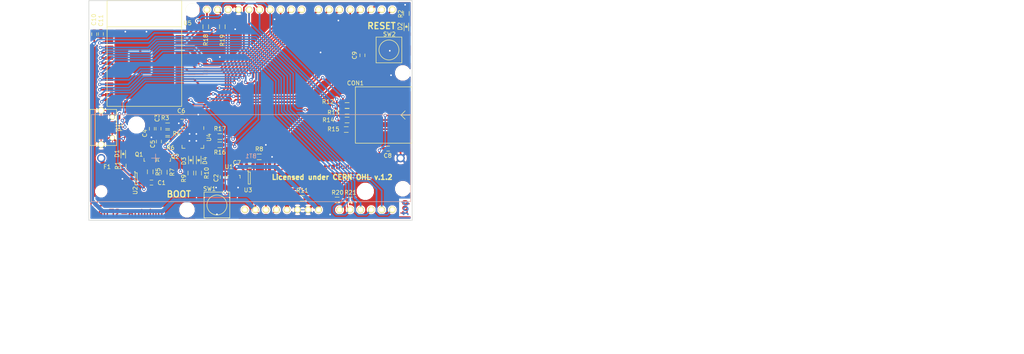
<source format=kicad_pcb>
(kicad_pcb (version 20171130) (host pcbnew 5.0.2-bee76a0~70~ubuntu18.04.1)
  (title_block (title "ArduHMI Shield") (date 2018-10-08) (rev 1.0) (company generationmake))
  (layers (0 F.Cu signal) (31 B.Cu signal) (34 B.Paste user) (35 F.Paste user) (36 B.SilkS user) (37 F.SilkS user) (38 B.Mask user) (39 F.Mask user) (44 Edge.Cuts user))
  (net 0 "")
  (net 1 GND)
  (net 2 VIO)
  (net 3 /RESET)
  (net 4 VIN)
  (net 5 +3V3)
  (net 6 "Net-(Q1-Pad3)")
  (net 7 "Net-(CN1-Pad27)")
  (net 8 /BOOT)
  (net 9 +BATT)
  (net 10 /EXT_RX)
  (net 11 /ARDUINO_8)
  (net 12 /ARDUINO_9)
  (net 13 /SPI_CS_EXT)
  (net 14 /SPI_MOSI)
  (net 15 /SPI_MISO)
  (net 16 /SPI_CLK)
  (net 17 /I2C_SDA)
  (net 18 /I2C_SCL)
  (net 19 /EXT_TX)
  (net 20 /ARDUINO_2)
  (net 21 /DAC_1)
  (net 22 /DAC_2)
  (net 23 /ARDUINO_5)
  (net 24 /ARDUINO_6)
  (net 25 /ARDUINO_7)
  (net 26 /ADC_5)
  (net 27 /ADC_4)
  (net 28 /ADC_3)
  (net 29 /ADC_2)
  (net 30 /ADC_1)
  (net 31 /ADC_0)
  (net 32 "Net-(D1-Pad1)")
  (net 33 "Net-(D2-Pad2)")
  (net 34 "Net-(D3-Pad2)")
  (net 35 "Net-(D3-Pad1)")
  (net 36 "Net-(D4-Pad1)")
  (net 37 "Net-(D4-Pad2)")
  (net 38 "Net-(P1-Pad2)")
  (net 39 "Net-(P1-Pad3)")
  (net 40 "Net-(R1-Pad1)")
  (net 41 "Net-(R3-Pad1)")
  (net 42 "Net-(R6-Pad1)")
  (net 43 "Net-(Q2-Pad3)")
  (net 44 "Net-(U1-Pad2)")
  (net 45 /CHR_100MA)
  (net 46 /CHR_500MA)
  (net 47 /TX)
  (net 48 /RX)
  (net 49 /SPI_CS_SD)
  (net 50 "Net-(BT1-Pad1)")
  (net 51 /PROG)
  (net 52 /SPI_MISO_R)
  (net 53 /SPI_CLK_R)
  (net 54 /SPI_MOSI_R)
  (net 55 /SPI_CS_SD_R)
  (net 56 /TX_R)
  (net 57 /RX_R)
  (module MODULE_compute:ARDUINO (layer F.Cu) (at 54.7 130)
    (fp_text reference CN1 hide)
    (fp_text value ARDUINO)
    (pad 0 thru_hole circle (at 63.5 -50.8) (size 1.6 1.6) (drill 1) (layers *.Cu *.Mask F.SilkS) (net 10 /EXT_RX))
    (pad 8 thru_hole circle (at 41.656 -50.8) (size 1.6 1.6) (drill 1) (layers *.Cu *.Mask F.SilkS) (net 11 /ARDUINO_8))
    (pad 9 thru_hole circle (at 39.116 -50.8) (size 1.6 1.6) (drill 1) (layers *.Cu *.Mask F.SilkS) (net 12 /ARDUINO_9))
    (pad 10 thru_hole circle (at 36.576 -50.8) (size 1.6 1.6) (drill 1) (layers *.Cu *.Mask F.SilkS) (net 13 /SPI_CS_EXT))
    (pad 11 thru_hole circle (at 34.036 -50.8) (size 1.6 1.6) (drill 1) (layers *.Cu *.Mask F.SilkS) (net 14 /SPI_MOSI))
    (pad 12 thru_hole circle (at 31.496 -50.8) (size 1.6 1.6) (drill 1) (layers *.Cu *.Mask F.SilkS) (net 15 /SPI_MISO))
    (pad 13 thru_hole circle (at 28.956 -50.8) (size 1.6 1.6) (drill 1) (layers *.Cu *.Mask F.SilkS) (net 16 /SPI_CLK))
    (pad 14 thru_hole circle (at 26.416 -50.8) (size 1.6 1.6) (drill 1) (layers *.Cu *.Mask F.SilkS) (net 1 GND))
    (pad 15 thru_hole circle (at 23.876 -50.8) (size 1.6 1.6) (drill 1) (layers *.Cu *.Mask F.SilkS))
    (pad 16 thru_hole circle (at 21.336 -50.8) (size 1.6 1.6) (drill 1) (layers *.Cu *.Mask F.SilkS) (net 17 /I2C_SDA))
    (pad 17 thru_hole circle (at 18.796 -50.8) (size 1.6 1.6) (drill 1) (layers *.Cu *.Mask F.SilkS) (net 18 /I2C_SCL))
    (pad 1 thru_hole circle (at 60.96 -50.8) (size 1.6 1.6) (drill 1) (layers *.Cu *.Mask F.SilkS) (net 19 /EXT_TX))
    (pad 2 thru_hole circle (at 58.42 -50.8) (size 1.6 1.6) (drill 1) (layers *.Cu *.Mask F.SilkS) (net 20 /ARDUINO_2))
    (pad 3 thru_hole circle (at 55.88 -50.8) (size 1.6 1.6) (drill 1) (layers *.Cu *.Mask F.SilkS) (net 21 /DAC_1))
    (pad 4 thru_hole circle (at 53.34 -50.8) (size 1.6 1.6) (drill 1) (layers *.Cu *.Mask F.SilkS) (net 22 /DAC_2))
    (pad 5 thru_hole circle (at 50.8 -50.8) (size 1.6 1.6) (drill 1) (layers *.Cu *.Mask F.SilkS) (net 23 /ARDUINO_5))
    (pad 6 thru_hole circle (at 48.26 -50.8) (size 1.6 1.6) (drill 1) (layers *.Cu *.Mask F.SilkS) (net 24 /ARDUINO_6))
    (pad 7 thru_hole circle (at 45.72 -50.8) (size 1.6 1.6) (drill 1) (layers *.Cu *.Mask F.SilkS) (net 25 /ARDUINO_7))
    (pad 24 thru_hole circle (at 45.72 -2.54) (size 1.6 1.6) (drill 1) (layers *.Cu *.Mask F.SilkS) (net 9 +BATT))
    (pad 25 thru_hole circle (at 43.18 -2.54) (size 1.6 1.6) (drill 1) (layers *.Cu *.Mask F.SilkS) (net 1 GND))
    (pad 26 thru_hole circle (at 40.64 -2.54) (size 1.6 1.6) (drill 1) (layers *.Cu *.Mask F.SilkS) (net 1 GND))
    (pad 27 thru_hole circle (at 38.1 -2.54) (size 1.6 1.6) (drill 1) (layers *.Cu *.Mask F.SilkS) (net 7 "Net-(CN1-Pad27)"))
    (pad 28 thru_hole circle (at 35.56 -2.54) (size 1.6 1.6) (drill 1) (layers *.Cu *.Mask F.SilkS) (net 5 +3V3))
    (pad 29 thru_hole circle (at 33.02 -2.54) (size 1.6 1.6) (drill 1) (layers *.Cu *.Mask F.SilkS) (net 3 /RESET))
    (pad 30 thru_hole circle (at 30.48 -2.54) (size 1.6 1.6) (drill 1) (layers *.Cu *.Mask F.SilkS) (net 5 +3V3))
    (pad 31 thru_hole circle (at 27.94 -2.54) (size 1.6 1.6) (drill 1) (layers *.Cu *.Mask F.SilkS))
    (pad 18 thru_hole circle (at 63.5 -2.54) (size 1.6 1.6) (drill 1) (layers *.Cu *.Mask F.SilkS) (net 26 /ADC_5))
    (pad 19 thru_hole circle (at 60.96 -2.54) (size 1.6 1.6) (drill 1) (layers *.Cu *.Mask F.SilkS) (net 27 /ADC_4))
    (pad 20 thru_hole circle (at 58.42 -2.54) (size 1.6 1.6) (drill 1) (layers *.Cu *.Mask F.SilkS) (net 28 /ADC_3))
    (pad 21 thru_hole circle (at 55.88 -2.54) (size 1.6 1.6) (drill 1) (layers *.Cu *.Mask F.SilkS) (net 29 /ADC_2))
    (pad 22 thru_hole circle (at 53.34 -2.54) (size 1.6 1.6) (drill 1) (layers *.Cu *.Mask F.SilkS) (net 30 /ADC_1))
    (pad 23 thru_hole circle (at 50.8 -2.54) (size 1.6 1.6) (drill 1) (layers *.Cu *.Mask F.SilkS) (net 31 /ADC_0))
    (pad "" np_thru_hole circle (at 13.97 -2.54) (size 3.175 3.175) (drill 3.175) (layers *.Cu *.Mask F.SilkS))
    (pad "" np_thru_hole circle (at 15.24 -50.8) (size 3.175 3.175) (drill 3.175) (layers *.Cu *.Mask F.SilkS))
    (pad "" np_thru_hole circle (at 66.04 -7.62) (size 3.175 3.175) (drill 3.175) (layers *.Cu *.Mask F.SilkS))
    (pad "" np_thru_hole circle (at 66.04 -35.56) (size 3.175 3.175) (drill 3.175) (layers *.Cu *.Mask F.SilkS))
  )
  (module capacitors:C_0603 (layer F.Cu) (at 67.5 105 180)
    (fp_text reference C6 (at 0.2 1.4 180) (layer F.SilkS))
    (fp_text value 100n)
    (pad 2 smd rect (at 0.75 0 180) (size 0.8 0.75) (layers F.Cu F.Paste F.Mask) (net 1 GND))
    (pad 1 smd rect (at -0.75 0 180) (size 0.8 0.75) (layers F.Cu F.Paste F.Mask) (net 2 VIO))
  )
  (module MECH_battery_holder:KEYSTONE_1043 (layer B.Cu) (at 84.1 115)
    (fp_text reference BT1 (at 0 -0.5) (layer B.SilkS) (effects (justify mirror)))
    (fp_text value Battery)
    (pad "" np_thru_hole circle (at -36.11 8) (size 2.39 2.39) (drill 2.39) (layers *.Cu *.Mask))
    (pad "" np_thru_hole circle (at 27.6 8) (size 3.55 3.55) (drill 3.55) (layers *.Cu *.Mask))
    (pad "" np_thru_hole circle (at -27.6 -8) (size 3.55 3.55) (drill 3.55) (layers *.Cu *.Mask))
    (pad 2 thru_hole circle (at 36.11 0) (size 2 2) (drill 1.32) (layers *.Cu *.Mask) (net 1 GND))
    (pad 1 thru_hole circle (at -36.11 0) (size 2 2) (drill 1.32) (layers *.Cu *.Mask) (net 50 "Net-(BT1-Pad1)"))
  )
  (module capacitors:C_0603 (layer F.Cu) (at 60.1 120.9)
    (fp_text reference C1 (at 2.45 0.05) (layer F.SilkS))
    (fp_text value 1u)
    (pad 2 smd rect (at 0.75 0) (size 0.8 0.75) (layers F.Cu F.Paste F.Mask) (net 1 GND))
    (pad 1 smd rect (at -0.75 0) (size 0.8 0.75) (layers F.Cu F.Paste F.Mask) (net 4 VIN))
  )
  (module capacitors:C_0603 (layer F.Cu) (at 77.3 119.6 270)
    (fp_text reference C2 (at 0.2 1.6 270) (layer F.SilkS))
    (fp_text value 1u)
    (pad 2 smd rect (at 0.75 0 270) (size 0.8 0.75) (layers F.Cu F.Paste F.Mask) (net 1 GND))
    (pad 1 smd rect (at -0.75 0 270) (size 0.8 0.75) (layers F.Cu F.Paste F.Mask) (net 9 +BATT))
  )
  (module resistors:R_0603 (layer F.Cu) (at 53.3 116.9 90)
    (fp_text reference R1 (at 0.1 -1.4 90) (layer F.SilkS))
    (fp_text value 1k)
    (pad 2 smd rect (at 0.75 0 90) (size 0.5 0.9) (layers F.Cu F.Paste F.Mask) (net 32 "Net-(D1-Pad1)"))
    (pad 1 smd rect (at -0.75 0 90) (size 0.5 0.9) (layers F.Cu F.Paste F.Mask) (net 40 "Net-(R1-Pad1)"))
  )
  (module resistors:R_0603 (layer F.Cu) (at 121.6 80.1 90)
    (fp_text reference R2 (at -0.1 -1.4 90) (layer F.SilkS))
    (fp_text value 1k)
    (pad 2 smd rect (at 0.75 0 90) (size 0.5 0.9) (layers F.Cu F.Paste F.Mask) (net 20 /ARDUINO_2))
    (pad 1 smd rect (at -0.75 0 90) (size 0.5 0.9) (layers F.Cu F.Paste F.Mask) (net 33 "Net-(D2-Pad2)"))
  )
  (module capacitors:C_0603 (layer F.Cu) (at 61.8 107.9 270)
    (fp_text reference C3 (at -2.6 0.3 270) (layer F.SilkS))
    (fp_text value 10u)
    (pad 2 smd rect (at 0.75 0 270) (size 0.8 0.75) (layers F.Cu F.Paste F.Mask) (net 1 GND))
    (pad 1 smd rect (at -0.75 0 270) (size 0.8 0.75) (layers F.Cu F.Paste F.Mask) (net 4 VIN))
  )
  (module capacitors:C_0603 (layer F.Cu) (at 60.2 107.9 270)
    (fp_text reference C4 (at 1.1 1.7 270) (layer F.SilkS))
    (fp_text value 100n)
    (pad 2 smd rect (at 0.75 0 270) (size 0.8 0.75) (layers F.Cu F.Paste F.Mask) (net 1 GND))
    (pad 1 smd rect (at -0.75 0 270) (size 0.8 0.75) (layers F.Cu F.Paste F.Mask) (net 4 VIN))
  )
  (module capacitors:C_0603 (layer F.Cu) (at 46.3 85.1 90)
    (fp_text reference C10 (at 3.5 -0.1 90) (layer F.SilkS))
    (fp_text value 10u)
    (pad 2 smd rect (at 0.75 0 90) (size 0.8 0.75) (layers F.Cu F.Paste F.Mask) (net 1 GND))
    (pad 1 smd rect (at -0.75 0 90) (size 0.8 0.75) (layers F.Cu F.Paste F.Mask) (net 5 +3V3))
  )
  (module capacitors:C_0603 (layer F.Cu) (at 47.9 85.05 90)
    (fp_text reference C11 (at 3.25 0 90) (layer F.SilkS))
    (fp_text value 100n)
    (pad 2 smd rect (at 0.75 0 90) (size 0.8 0.75) (layers F.Cu F.Paste F.Mask) (net 1 GND))
    (pad 1 smd rect (at -0.75 0 90) (size 0.8 0.75) (layers F.Cu F.Paste F.Mask) (net 5 +3V3))
  )
  (module LEDs:LED_0603 (layer F.Cu) (at 53.3 113.9 90)
    (fp_text reference D1 (at 0 -1.5 90) (layer F.SilkS))
    (fp_text value green)
    (pad 1 smd rect (at -0.7493 0 270) (size 0.79756 0.79756) (layers F.Cu F.Paste F.Mask) (net 32 "Net-(D1-Pad1)"))
    (pad 2 smd rect (at 0.7493 0 270) (size 0.79756 0.79756) (layers F.Cu F.Paste F.Mask) (net 4 VIN))
  )
  (module SOT_TO:SOT-23-5 (layer F.Cu) (at 56.4 120)
    (fp_text reference U2 (at -0.2 2.8 90) (layer F.SilkS))
    (fp_text value MCP73831)
    (pad 5 smd rect (at 1.1 -0.95) (size 1.06 0.65) (layers F.Cu F.Paste F.Mask) (net 51 /PROG))
    (pad 4 smd rect (at 1.1 0.95) (size 1.06 0.65) (layers F.Cu F.Paste F.Mask) (net 4 VIN))
    (pad 3 smd rect (at -1.1 0.95) (size 1.06 0.65) (layers F.Cu F.Paste F.Mask) (net 9 +BATT))
    (pad 2 smd rect (at -1.1 0) (size 1.06 0.65) (layers F.Cu F.Paste F.Mask) (net 1 GND))
    (pad 1 smd rect (at -1.1 -0.95) (size 1.06 0.65) (layers F.Cu F.Paste F.Mask) (net 40 "Net-(R1-Pad1)"))
  )
  (module capacitors:C_0603 (layer F.Cu) (at 61.9 111 90)
    (fp_text reference C5 (at -0.6 -1.5 90) (layer F.SilkS))
    (fp_text value 10u)
    (pad 2 smd rect (at 0.75 0 90) (size 0.8 0.75) (layers F.Cu F.Paste F.Mask) (net 1 GND))
    (pad 1 smd rect (at -0.75 0 90) (size 0.8 0.75) (layers F.Cu F.Paste F.Mask) (net 2 VIO))
  )
  (module capacitors:C_0603 (layer F.Cu) (at 83.8 116.8 180)
    (fp_text reference C7 (at 3.1 0.7 180) (layer F.SilkS))
    (fp_text value 1u)
    (pad 2 smd rect (at 0.75 0 180) (size 0.8 0.75) (layers F.Cu F.Paste F.Mask) (net 1 GND))
    (pad 1 smd rect (at -0.75 0 180) (size 0.8 0.75) (layers F.Cu F.Paste F.Mask) (net 5 +3V3))
  )
  (module capacitors:C_0603 (layer F.Cu) (at 117.2 112.7)
    (fp_text reference C8 (at -0.1 1.7) (layer F.SilkS))
    (fp_text value 100n)
    (pad 2 smd rect (at 0.75 0) (size 0.8 0.75) (layers F.Cu F.Paste F.Mask) (net 1 GND))
    (pad 1 smd rect (at -0.75 0) (size 0.8 0.75) (layers F.Cu F.Paste F.Mask) (net 5 +3V3))
  )
  (module capacitors:C_0603 (layer F.Cu) (at 111 90.2 90)
    (fp_text reference C9 (at 0 -1.9 90) (layer F.SilkS))
    (fp_text value 100n)
    (pad 2 smd rect (at 0.75 0 90) (size 0.8 0.75) (layers F.Cu F.Paste F.Mask) (net 1 GND))
    (pad 1 smd rect (at -0.75 0 90) (size 0.8 0.75) (layers F.Cu F.Paste F.Mask) (net 3 /RESET))
  )
  (module LEDs:LED_0603 (layer F.Cu) (at 121.6 83.2 90)
    (fp_text reference D2 (at 0 -1.5 90) (layer F.SilkS))
    (fp_text value green)
    (pad 1 smd rect (at -0.7493 0 270) (size 0.79756 0.79756) (layers F.Cu F.Paste F.Mask) (net 1 GND))
    (pad 2 smd rect (at 0.7493 0 270) (size 0.79756 0.79756) (layers F.Cu F.Paste F.Mask) (net 33 "Net-(D2-Pad2)"))
  )
  (module LEDs:LED_0603 (layer F.Cu) (at 69.6 115.6 270)
    (fp_text reference D3 (at 0.1 1.7 270) (layer F.SilkS))
    (fp_text value green)
    (pad 1 smd rect (at -0.7493 0 90) (size 0.79756 0.79756) (layers F.Cu F.Paste F.Mask) (net 35 "Net-(D3-Pad1)"))
    (pad 2 smd rect (at 0.7493 0 90) (size 0.79756 0.79756) (layers F.Cu F.Paste F.Mask) (net 34 "Net-(D3-Pad2)"))
  )
  (module LEDs:LED_0603 (layer F.Cu) (at 71.5 115.6 270)
    (fp_text reference D4 (at 0 -1.5 270) (layer F.SilkS))
    (fp_text value green)
    (pad 1 smd rect (at -0.7493 0 90) (size 0.79756 0.79756) (layers F.Cu F.Paste F.Mask) (net 36 "Net-(D4-Pad1)"))
    (pad 2 smd rect (at 0.7493 0 90) (size 0.79756 0.79756) (layers F.Cu F.Paste F.Mask) (net 37 "Net-(D4-Pad2)"))
  )
  (module mechanical-connectors:USB_Micro-B (layer F.Cu) (at 49.1 107.6 270)
    (fp_text reference P1 (at 0 -3.45 270) (layer F.SilkS))
    (fp_text value USB_OTG)
    (pad 6 thru_hole circle (at 4.1 1.13746) (size 1.55 1.55) (drill 1.15) (layers *.Cu *.Mask F.SilkS) (net 1 GND))
    (pad 6 thru_hole circle (at -4.1 1.13746) (size 1.55 1.55) (drill 1.15) (layers *.Cu *.Mask F.SilkS) (net 1 GND))
    (pad 6 thru_hole circle (at 2.4991 -1.56254) (size 1.25 1.25) (drill 0.85) (layers *.Cu *.Mask F.SilkS) (net 1 GND))
    (pad 6 thru_hole circle (at -2.5009 -1.56254) (size 1.25 1.25) (drill 0.85) (layers *.Cu *.Mask F.SilkS) (net 1 GND))
    (pad 5 smd rect (at 1.2991 -1.56254) (size 1.35 0.4) (layers F.Cu F.Paste F.Mask) (net 1 GND))
    (pad 4 smd rect (at 0.6491 -1.56254) (size 1.35 0.4) (layers F.Cu F.Paste F.Mask))
    (pad 3 smd rect (at -0.0009 -1.56254) (size 1.35 0.4) (layers F.Cu F.Paste F.Mask) (net 39 "Net-(P1-Pad3)"))
    (pad 2 smd rect (at -0.6509 -1.56254) (size 1.35 0.4) (layers F.Cu F.Paste F.Mask) (net 38 "Net-(P1-Pad2)"))
    (pad 1 smd rect (at -1.3009 -1.56254) (size 1.35 0.4) (layers F.Cu F.Paste F.Mask) (net 4 VIN))
  )
  (module resistors:R_0603 (layer F.Cu) (at 64 107.2 180)
    (fp_text reference R3 (at 0.6 1.9 180) (layer F.SilkS))
    (fp_text value 22k1)
    (pad 2 smd rect (at 0.75 0 180) (size 0.5 0.9) (layers F.Cu F.Paste F.Mask) (net 4 VIN))
    (pad 1 smd rect (at -0.75 0 180) (size 0.5 0.9) (layers F.Cu F.Paste F.Mask) (net 41 "Net-(R3-Pad1)"))
  )
  (module resistors:R_0603 (layer F.Cu) (at 64 108.9)
    (fp_text reference R4 (at 2.2 0.2) (layer F.SilkS))
    (fp_text value 47k5)
    (pad 2 smd rect (at 0.75 0) (size 0.5 0.9) (layers F.Cu F.Paste F.Mask) (net 41 "Net-(R3-Pad1)"))
    (pad 1 smd rect (at -0.75 0) (size 0.5 0.9) (layers F.Cu F.Paste F.Mask) (net 1 GND))
  )
  (module resistors:R_0603 (layer F.Cu) (at 59.8 118.3 270)
    (fp_text reference R5 (at 0 -1.9 270) (layer F.SilkS))
    (fp_text value 10k)
    (pad 2 smd rect (at 0.75 0 270) (size 0.5 0.9) (layers F.Cu F.Paste F.Mask) (net 51 /PROG))
    (pad 1 smd rect (at -0.75 0 270) (size 0.5 0.9) (layers F.Cu F.Paste F.Mask) (net 6 "Net-(Q1-Pad3)"))
  )
  (module resistors:R_0603 (layer F.Cu) (at 64 110.6 180)
    (fp_text reference R6 (at -0.7 -1.9 180) (layer F.SilkS))
    (fp_text value 1k)
    (pad 2 smd rect (at 0.75 0 180) (size 0.5 0.9) (layers F.Cu F.Paste F.Mask) (net 2 VIO))
    (pad 1 smd rect (at -0.75 0 180) (size 0.5 0.9) (layers F.Cu F.Paste F.Mask) (net 42 "Net-(R6-Pad1)"))
  )
  (module resistors:R_0603 (layer F.Cu) (at 63.2 118.4 270)
    (fp_text reference R7 (at 0 -1.9 270) (layer F.SilkS))
    (fp_text value 2k5)
    (pad 2 smd rect (at 0.75 0 270) (size 0.5 0.9) (layers F.Cu F.Paste F.Mask) (net 51 /PROG))
    (pad 1 smd rect (at -0.75 0 270) (size 0.5 0.9) (layers F.Cu F.Paste F.Mask) (net 43 "Net-(Q2-Pad3)"))
  )
  (module resistors:R_0603 (layer F.Cu) (at 86.1 114.7 180)
    (fp_text reference R8 (at 0 1.9 180) (layer F.SilkS))
    (fp_text value 10k)
    (pad 2 smd rect (at 0.75 0 180) (size 0.5 0.9) (layers F.Cu F.Paste F.Mask) (net 5 +3V3))
    (pad 1 smd rect (at -0.75 0 180) (size 0.5 0.9) (layers F.Cu F.Paste F.Mask) (net 3 /RESET))
  )
  (module resistors:R_0603 (layer F.Cu) (at 69.6 118.6 270)
    (fp_text reference R9 (at 1.3 1.7 270) (layer F.SilkS))
    (fp_text value 1k)
    (pad 2 smd rect (at 0.75 0 270) (size 0.5 0.9) (layers F.Cu F.Paste F.Mask) (net 2 VIO))
    (pad 1 smd rect (at -0.75 0 270) (size 0.5 0.9) (layers F.Cu F.Paste F.Mask) (net 34 "Net-(D3-Pad2)"))
  )
  (module resistors:R_0603 (layer F.Cu) (at 71.5 118.6 270)
    (fp_text reference R10 (at 0 -1.9 270) (layer F.SilkS))
    (fp_text value 1k)
    (pad 2 smd rect (at 0.75 0 270) (size 0.5 0.9) (layers F.Cu F.Paste F.Mask) (net 2 VIO))
    (pad 1 smd rect (at -0.75 0 270) (size 0.5 0.9) (layers F.Cu F.Paste F.Mask) (net 37 "Net-(D4-Pad2)"))
  )
  (module resistors:R_0603 (layer F.Cu) (at 96.5 124.7)
    (fp_text reference R11 (at 0 -1.9) (layer F.SilkS))
    (fp_text value 0r)
    (pad 2 smd rect (at 0.75 0) (size 0.5 0.9) (layers F.Cu F.Paste F.Mask) (net 9 +BATT))
    (pad 1 smd rect (at -0.75 0) (size 0.5 0.9) (layers F.Cu F.Paste F.Mask) (net 7 "Net-(CN1-Pad27)"))
  )
  (module QFN:QFN-28-1EP_5x5mm_Pitch0.5mm (layer F.Cu) (at 70.1 110 270)
    (fp_text reference U4 (at 0 -3.875 270) (layer F.SilkS))
    (fp_text value CP2102N_28)
    (pad 29 smd rect (at -0.8375 -0.8375 270) (size 1.675 1.675) (layers F.Cu F.Paste F.Mask) (net 1 GND))
    (pad 29 smd rect (at -0.8375 0.8375 270) (size 1.675 1.675) (layers F.Cu F.Paste F.Mask) (net 1 GND))
    (pad 29 smd rect (at 0.8375 -0.8375 270) (size 1.675 1.675) (layers F.Cu F.Paste F.Mask) (net 1 GND))
    (pad 29 smd rect (at 0.8375 0.8375 270) (size 1.675 1.675) (layers F.Cu F.Paste F.Mask) (net 1 GND))
    (pad 28 smd oval (at -1.5 -2.45) (size 0.85 0.3) (layers F.Cu F.Paste F.Mask))
    (pad 27 smd oval (at -1 -2.45) (size 0.85 0.3) (layers F.Cu F.Paste F.Mask))
    (pad 26 smd oval (at -0.5 -2.45) (size 0.85 0.3) (layers F.Cu F.Paste F.Mask) (net 57 /RX_R))
    (pad 25 smd oval (at 0 -2.45) (size 0.85 0.3) (layers F.Cu F.Paste F.Mask) (net 56 /TX_R))
    (pad 24 smd oval (at 0.5 -2.45) (size 0.85 0.3) (layers F.Cu F.Paste F.Mask))
    (pad 23 smd oval (at 1 -2.45) (size 0.85 0.3) (layers F.Cu F.Paste F.Mask))
    (pad 22 smd oval (at 1.5 -2.45) (size 0.85 0.3) (layers F.Cu F.Paste F.Mask))
    (pad 21 smd oval (at 2.45 -1.5 270) (size 0.85 0.3) (layers F.Cu F.Paste F.Mask))
    (pad 20 smd oval (at 2.45 -1 270) (size 0.85 0.3) (layers F.Cu F.Paste F.Mask))
    (pad 19 smd oval (at 2.45 -0.5 270) (size 0.85 0.3) (layers F.Cu F.Paste F.Mask) (net 36 "Net-(D4-Pad1)"))
    (pad 18 smd oval (at 2.45 0 270) (size 0.85 0.3) (layers F.Cu F.Paste F.Mask) (net 35 "Net-(D3-Pad1)"))
    (pad 17 smd oval (at 2.45 0.5 270) (size 0.85 0.3) (layers F.Cu F.Paste F.Mask))
    (pad 16 smd oval (at 2.45 1 270) (size 0.85 0.3) (layers F.Cu F.Paste F.Mask))
    (pad 15 smd oval (at 2.45 1.5 270) (size 0.85 0.3) (layers F.Cu F.Paste F.Mask) (net 46 /CHR_500MA))
    (pad 14 smd oval (at 1.5 2.45) (size 0.85 0.3) (layers F.Cu F.Paste F.Mask))
    (pad 13 smd oval (at 1 2.45) (size 0.85 0.3) (layers F.Cu F.Paste F.Mask) (net 45 /CHR_100MA))
    (pad 12 smd oval (at 0.5 2.45) (size 0.85 0.3) (layers F.Cu F.Paste F.Mask))
    (pad 11 smd oval (at 0 2.45) (size 0.85 0.3) (layers F.Cu F.Paste F.Mask))
    (pad 10 smd oval (at -0.5 2.45) (size 0.85 0.3) (layers F.Cu F.Paste F.Mask))
    (pad 9 smd oval (at -1 2.45) (size 0.85 0.3) (layers F.Cu F.Paste F.Mask) (net 42 "Net-(R6-Pad1)"))
    (pad 8 smd oval (at -1.5 2.45) (size 0.85 0.3) (layers F.Cu F.Paste F.Mask) (net 41 "Net-(R3-Pad1)"))
    (pad 7 smd oval (at -2.45 1.5 270) (size 0.85 0.3) (layers F.Cu F.Paste F.Mask) (net 4 VIN))
    (pad 6 smd oval (at -2.45 1 270) (size 0.85 0.3) (layers F.Cu F.Paste F.Mask) (net 2 VIO))
    (pad 5 smd oval (at -2.45 0.5 270) (size 0.85 0.3) (layers F.Cu F.Paste F.Mask) (net 38 "Net-(P1-Pad2)"))
    (pad 4 smd oval (at -2.45 0 270) (size 0.85 0.3) (layers F.Cu F.Paste F.Mask) (net 39 "Net-(P1-Pad3)"))
    (pad 3 smd oval (at -2.45 -0.5 270) (size 0.85 0.3) (layers F.Cu F.Paste F.Mask) (net 1 GND))
    (pad 2 smd oval (at -2.45 -1 270) (size 0.85 0.3) (layers F.Cu F.Paste F.Mask))
    (pad 1 smd oval (at -2.45 -1.5 270) (size 0.85 0.3) (layers F.Cu F.Paste F.Mask))
  )
  (module MODULE_compute:ESP32-WROOM-32 (layer F.Cu) (at 58.4 92)
    (fp_text reference U5 (at 10.4 -9.6) (layer F.SilkS))
    (fp_text value ESP32_WROOM_32)
    (pad 24 smd rect (at 5.715 10 90) (size 2 0.9) (layers F.Cu F.Paste F.Mask) (net 12 /ARDUINO_9))
    (pad 23 smd rect (at 4.445 10 90) (size 2 0.9) (layers F.Cu F.Paste F.Mask) (net 11 /ARDUINO_8))
    (pad 22 smd rect (at 3.175 10 90) (size 2 0.9) (layers F.Cu F.Paste F.Mask))
    (pad 21 smd rect (at 1.905 10 90) (size 2 0.9) (layers F.Cu F.Paste F.Mask))
    (pad 20 smd rect (at 0.635 10 90) (size 2 0.9) (layers F.Cu F.Paste F.Mask))
    (pad 15 smd rect (at -5.715 10 90) (size 2 0.9) (layers F.Cu F.Paste F.Mask) (net 1 GND))
    (pad 16 smd rect (at -4.445 10 90) (size 2 0.9) (layers F.Cu F.Paste F.Mask) (net 25 /ARDUINO_7))
    (pad 17 smd rect (at -3.175 10 90) (size 2 0.9) (layers F.Cu F.Paste F.Mask))
    (pad 18 smd rect (at -1.905 10 90) (size 2 0.9) (layers F.Cu F.Paste F.Mask))
    (pad 19 smd rect (at -0.635 10 90) (size 2 0.9) (layers F.Cu F.Paste F.Mask))
    (pad 25 smd rect (at 8.5 9) (size 2 0.9) (layers F.Cu F.Paste F.Mask) (net 8 /BOOT))
    (pad 26 smd rect (at 8.5 7.73) (size 2 0.9) (layers F.Cu F.Paste F.Mask) (net 13 /SPI_CS_EXT))
    (pad 27 smd rect (at 8.5 6.46) (size 2 0.9) (layers F.Cu F.Paste F.Mask) (net 10 /EXT_RX))
    (pad 28 smd rect (at 8.5 5.19) (size 2 0.9) (layers F.Cu F.Paste F.Mask) (net 19 /EXT_TX))
    (pad 29 smd rect (at 8.5 3.92) (size 2 0.9) (layers F.Cu F.Paste F.Mask) (net 49 /SPI_CS_SD))
    (pad 30 smd rect (at 8.5 2.65) (size 2 0.9) (layers F.Cu F.Paste F.Mask) (net 16 /SPI_CLK))
    (pad 31 smd rect (at 8.5 1.38) (size 2 0.9) (layers F.Cu F.Paste F.Mask) (net 15 /SPI_MISO))
    (pad 38 smd rect (at 8.5 -7.51) (size 2 0.9) (layers F.Cu F.Paste F.Mask) (net 1 GND))
    (pad 37 smd rect (at 8.5 -6.24) (size 2 0.9) (layers F.Cu F.Paste F.Mask) (net 14 /SPI_MOSI))
    (pad 36 smd rect (at 8.5 -4.97) (size 2 0.9) (layers F.Cu F.Paste F.Mask) (net 18 /I2C_SCL))
    (pad 35 smd rect (at 8.5 -3.7) (size 2 0.9) (layers F.Cu F.Paste F.Mask) (net 47 /TX))
    (pad 34 smd rect (at 8.5 -2.43) (size 2 0.9) (layers F.Cu F.Paste F.Mask) (net 48 /RX))
    (pad 33 smd rect (at 8.5 -1.16) (size 2 0.9) (layers F.Cu F.Paste F.Mask) (net 17 /I2C_SDA))
    (pad 32 smd rect (at 8.5 0.11) (size 2 0.9) (layers F.Cu F.Paste F.Mask))
    (pad 14 smd rect (at -8.5 9) (size 2 0.9) (layers F.Cu F.Paste F.Mask) (net 24 /ARDUINO_6))
    (pad 13 smd rect (at -8.5 7.73) (size 2 0.9) (layers F.Cu F.Paste F.Mask) (net 23 /ARDUINO_5))
    (pad 12 smd rect (at -8.5 6.46) (size 2 0.9) (layers F.Cu F.Paste F.Mask) (net 20 /ARDUINO_2))
    (pad 11 smd rect (at -8.5 5.19) (size 2 0.9) (layers F.Cu F.Paste F.Mask) (net 22 /DAC_2))
    (pad 10 smd rect (at -8.5 3.92) (size 2 0.9) (layers F.Cu F.Paste F.Mask) (net 21 /DAC_1))
    (pad 9 smd rect (at -8.5 2.65) (size 2 0.9) (layers F.Cu F.Paste F.Mask) (net 30 /ADC_1))
    (pad 8 smd rect (at -8.5 1.38) (size 2 0.9) (layers F.Cu F.Paste F.Mask) (net 31 /ADC_0))
    (pad 1 smd rect (at -8.5 -7.51) (size 2 0.9) (layers F.Cu F.Paste F.Mask) (net 1 GND))
    (pad 2 smd rect (at -8.5 -6.24) (size 2 0.9) (layers F.Cu F.Paste F.Mask) (net 5 +3V3))
    (pad 3 smd rect (at -8.5 -4.97) (size 2 0.9) (layers F.Cu F.Paste F.Mask) (net 3 /RESET))
    (pad 4 smd rect (at -8.5 -3.7) (size 2 0.9) (layers F.Cu F.Paste F.Mask) (net 27 /ADC_4))
    (pad 5 smd rect (at -8.5 -2.43) (size 2 0.9) (layers F.Cu F.Paste F.Mask) (net 26 /ADC_5))
    (pad 6 smd rect (at -8.5 -1.16) (size 2 0.9) (layers F.Cu F.Paste F.Mask) (net 29 /ADC_2))
    (pad 7 smd rect (at -8.5 0.11) (size 2 0.9) (layers F.Cu F.Paste F.Mask) (net 28 /ADC_3))
    (pad 39 smd rect (at -1 -0.01) (size 5 5) (layers F.Cu F.Paste F.Mask) (net 1 GND))
  )
  (module SOT_TO:SOT-23 (layer F.Cu) (at 59.8 115.1 180)
    (fp_text reference Q1 (at 2.7 1 180) (layer F.SilkS))
    (fp_text value 2N7002)
    (pad 3 smd rect (at 0 -0.99822 180) (size 0.8001 0.8001) (layers F.Cu F.Paste F.Mask) (net 6 "Net-(Q1-Pad3)"))
    (pad 2 smd rect (at 0.95 1.00076 180) (size 0.8001 0.8001) (layers F.Cu F.Paste F.Mask) (net 1 GND))
    (pad 1 smd rect (at -0.95 1.00076 180) (size 0.8001 0.8001) (layers F.Cu F.Paste F.Mask) (net 45 /CHR_100MA))
  )
  (module SOT_TO:SOT-23 (layer F.Cu) (at 63.2 115.1 180)
    (fp_text reference Q2 (at -2.6 0.5 180) (layer F.SilkS))
    (fp_text value 2N7002)
    (pad 3 smd rect (at 0 -0.99822 180) (size 0.8001 0.8001) (layers F.Cu F.Paste F.Mask) (net 43 "Net-(Q2-Pad3)"))
    (pad 2 smd rect (at 0.95 1.00076 180) (size 0.8001 0.8001) (layers F.Cu F.Paste F.Mask) (net 1 GND))
    (pad 1 smd rect (at -0.95 1.00076 180) (size 0.8001 0.8001) (layers F.Cu F.Paste F.Mask) (net 46 /CHR_500MA))
  )
  (module fuse_holders_and_fuses:Fuse_SMD1206_Reflow (layer F.Cu) (at 49.5 119.5 180)
    (fp_text reference F1 (at 0.1 2.4 180) (layer F.SilkS))
    (fp_text value F_Small)
    (pad 2 smd rect (at 1.20396 0 270) (size 2.02946 1.14046) (layers F.Cu F.Paste F.Mask) (net 50 "Net-(BT1-Pad1)"))
    (pad 1 smd rect (at -1.20396 0 270) (size 2.02946 1.14046) (layers F.Cu F.Paste F.Mask) (net 9 +BATT))
  )
  (module SOT_TO:SOT-23 (layer F.Cu) (at 80 119.8)
    (fp_text reference U1 (at -1.2 -2.7) (layer F.SilkS))
    (fp_text value TPS383X)
    (pad 3 smd rect (at 0 -0.99822) (size 0.8001 0.8001) (layers F.Cu F.Paste F.Mask) (net 9 +BATT))
    (pad 2 smd rect (at 0.95 1.00076) (size 0.8001 0.8001) (layers F.Cu F.Paste F.Mask) (net 44 "Net-(U1-Pad2)"))
    (pad 1 smd rect (at -0.95 1.00076) (size 0.8001 0.8001) (layers F.Cu F.Paste F.Mask) (net 1 GND))
  )
  (module SOT_TO:SOT-23-5 (layer F.Cu) (at 83.7 119.8)
    (fp_text reference U3 (at -0.3 2.9) (layer F.SilkS))
    (fp_text value TPS736XX)
    (pad 5 smd rect (at 1.1 -0.95) (size 1.06 0.65) (layers F.Cu F.Paste F.Mask) (net 5 +3V3))
    (pad 4 smd rect (at 1.1 0.95) (size 1.06 0.65) (layers F.Cu F.Paste F.Mask) (net 5 +3V3))
    (pad 3 smd rect (at -1.1 0.95) (size 1.06 0.65) (layers F.Cu F.Paste F.Mask) (net 44 "Net-(U1-Pad2)"))
    (pad 2 smd rect (at -1.1 0) (size 1.06 0.65) (layers F.Cu F.Paste F.Mask) (net 1 GND))
    (pad 1 smd rect (at -1.1 -0.95) (size 1.06 0.65) (layers F.Cu F.Paste F.Mask) (net 9 +BATT))
  )
  (module mechanical-switches:WE_430182050816 (layer F.Cu) (at 75.9 126.3)
    (fp_text reference SW1 (at -1.8 -3.9) (layer F.SilkS))
    (fp_text value TAST_VER)
    (pad 4 smd rect (at 4 2.25) (size 1.55 1.3) (layers F.Cu F.Paste F.Mask) (net 1 GND))
    (pad 3 smd rect (at 4 -2.25) (size 1.55 1.3) (layers F.Cu F.Paste F.Mask) (net 8 /BOOT))
    (pad 2 smd rect (at -4 2.25) (size 1.55 1.3) (layers F.Cu F.Paste F.Mask) (net 1 GND))
    (pad 1 smd rect (at -4 -2.25) (size 1.55 1.3) (layers F.Cu F.Paste F.Mask) (net 8 /BOOT))
  )
  (module mechanical-switches:WE_430182050816 (layer F.Cu) (at 117.4 88.9)
    (fp_text reference SW2 (at 0.1 -3.8) (layer F.SilkS))
    (fp_text value TAST_VER)
    (pad 4 smd rect (at 4 2.25) (size 1.55 1.3) (layers F.Cu F.Paste F.Mask) (net 3 /RESET))
    (pad 3 smd rect (at 4 -2.25) (size 1.55 1.3) (layers F.Cu F.Paste F.Mask) (net 1 GND))
    (pad 2 smd rect (at -4 2.25) (size 1.55 1.3) (layers F.Cu F.Paste F.Mask) (net 3 /RESET))
    (pad 1 smd rect (at -4 -2.25) (size 1.55 1.3) (layers F.Cu F.Paste F.Mask) (net 1 GND))
  )
  (module CON_wuerth:WE_693072010801 (layer F.Cu) (at 109.3 104.6 90)
    (fp_text reference CON1 (at 7.7 0 180) (layer F.SilkS))
    (fp_text value Micro_SDCard)
    (pad 0 smd rect (at -6.95 3.85 90) (size 1.45 2) (layers F.Cu F.Paste F.Mask))
    (pad 0 smd rect (at -6.95 12.15 90) (size 1.45 2) (layers F.Cu F.Paste F.Mask))
    (pad 0 smd rect (at 6.8 12.15 90) (size 1.45 2) (layers F.Cu F.Paste F.Mask))
    (pad 0 smd rect (at 6.8 3.85 90) (size 1.45 2) (layers F.Cu F.Paste F.Mask))
    (pad 8 smd rect (at -4.5 9.55 90) (size 0.8 1.5) (layers F.Cu F.Paste F.Mask))
    (pad 7 smd rect (at -3.4 9.55 90) (size 0.8 1.5) (layers F.Cu F.Paste F.Mask) (net 52 /SPI_MISO_R))
    (pad 6 smd rect (at -2.3 9.55 90) (size 0.8 1.5) (layers F.Cu F.Paste F.Mask) (net 1 GND))
    (pad 5 smd rect (at -1.2 9.55 90) (size 0.8 1.5) (layers F.Cu F.Paste F.Mask) (net 53 /SPI_CLK_R))
    (pad 4 smd rect (at -0.1 9.55 90) (size 0.8 1.5) (layers F.Cu F.Paste F.Mask) (net 5 +3V3))
    (pad 3 smd rect (at 1 9.55 90) (size 0.8 1.5) (layers F.Cu F.Paste F.Mask) (net 54 /SPI_MOSI_R))
    (pad 2 smd rect (at 2.1 9.55 90) (size 0.8 1.5) (layers F.Cu F.Paste F.Mask) (net 55 /SPI_CS_SD_R))
    (pad 1 smd rect (at 3.2 9.55 90) (size 0.8 1.5) (layers F.Cu F.Paste F.Mask))
  )
  (module resistors:R_0603 (layer F.Cu) (at 107.3 102.3 180)
    (fp_text reference R12 (at 4.6 0.9 180) (layer F.SilkS))
    (fp_text value 100R)
    (pad 1 smd rect (at -0.75 0 180) (size 0.5 0.9) (layers F.Cu F.Paste F.Mask) (net 55 /SPI_CS_SD_R))
    (pad 2 smd rect (at 0.75 0 180) (size 0.5 0.9) (layers F.Cu F.Paste F.Mask) (net 49 /SPI_CS_SD))
  )
  (module resistors:R_0603 (layer F.Cu) (at 107.3 103.7 180)
    (fp_text reference R13 (at 3.3 -0.3 180) (layer F.SilkS))
    (fp_text value 100R)
    (pad 2 smd rect (at 0.75 0 180) (size 0.5 0.9) (layers F.Cu F.Paste F.Mask) (net 14 /SPI_MOSI))
    (pad 1 smd rect (at -0.75 0 180) (size 0.5 0.9) (layers F.Cu F.Paste F.Mask) (net 54 /SPI_MOSI_R))
  )
  (module resistors:R_0603 (layer F.Cu) (at 107.3 105.8 180)
    (fp_text reference R14 (at 4.5 0 180) (layer F.SilkS))
    (fp_text value 100R)
    (pad 1 smd rect (at -0.75 0 180) (size 0.5 0.9) (layers F.Cu F.Paste F.Mask) (net 53 /SPI_CLK_R))
    (pad 2 smd rect (at 0.75 0 180) (size 0.5 0.9) (layers F.Cu F.Paste F.Mask) (net 16 /SPI_CLK))
  )
  (module resistors:R_0603 (layer F.Cu) (at 107.1 108.1 180)
    (fp_text reference R15 (at 3.1 0.1 180) (layer F.SilkS))
    (fp_text value 100R)
    (pad 2 smd rect (at 0.75 0 180) (size 0.5 0.9) (layers F.Cu F.Paste F.Mask) (net 15 /SPI_MISO))
    (pad 1 smd rect (at -0.75 0 180) (size 0.5 0.9) (layers F.Cu F.Paste F.Mask) (net 52 /SPI_MISO_R))
  )
  (module resistors:R_0603 (layer F.Cu) (at 76.6 111.8)
    (fp_text reference R16 (at 0 1.8) (layer F.SilkS))
    (fp_text value 100R)
    (pad 1 smd rect (at -0.75 0) (size 0.5 0.9) (layers F.Cu F.Paste F.Mask) (net 56 /TX_R))
    (pad 2 smd rect (at 0.75 0) (size 0.5 0.9) (layers F.Cu F.Paste F.Mask) (net 47 /TX))
  )
  (module resistors:R_0603 (layer F.Cu) (at 76.6 109.8)
    (fp_text reference R17 (at 0 -1.9) (layer F.SilkS))
    (fp_text value 100R)
    (pad 2 smd rect (at 0.75 0) (size 0.5 0.9) (layers F.Cu F.Paste F.Mask) (net 48 /RX))
    (pad 1 smd rect (at -0.75 0) (size 0.5 0.9) (layers F.Cu F.Paste F.Mask) (net 57 /RX_R))
  )
  (module resistors:R_0603 (layer F.Cu) (at 73.2 83.3 270)
    (fp_text reference R18 (at 3.2 0 270) (layer F.SilkS))
    (fp_text value 10k)
    (pad 1 smd rect (at -0.75 0 270) (size 0.5 0.9) (layers F.Cu F.Paste F.Mask) (net 18 /I2C_SCL))
    (pad 2 smd rect (at 0.75 0 270) (size 0.5 0.9) (layers F.Cu F.Paste F.Mask) (net 5 +3V3))
  )
  (module resistors:R_0603 (layer F.Cu) (at 77.2 83.3 270)
    (fp_text reference R19 (at 3.3 0 270) (layer F.SilkS))
    (fp_text value 10k)
    (pad 2 smd rect (at 0.75 0 270) (size 0.5 0.9) (layers F.Cu F.Paste F.Mask) (net 5 +3V3))
    (pad 1 smd rect (at -0.75 0 270) (size 0.5 0.9) (layers F.Cu F.Paste F.Mask) (net 17 /I2C_SDA))
  )
  (module resistors:R_0603 (layer F.Cu) (at 104.9 125.1 180)
    (fp_text reference R20 (at -0.1 1.8 180) (layer F.SilkS))
    (fp_text value 330k)
    (pad 1 smd rect (at -0.75 0 180) (size 0.5 0.9) (layers F.Cu F.Paste F.Mask) (net 30 /ADC_1))
    (pad 2 smd rect (at 0.75 0 180) (size 0.5 0.9) (layers F.Cu F.Paste F.Mask) (net 9 +BATT))
  )
  (module resistors:R_0603 (layer F.Cu) (at 108.1 125.1 180)
    (fp_text reference R21 (at 0 1.8 180) (layer F.SilkS))
    (fp_text value 330k)
    (pad 2 smd rect (at 0.75 0 180) (size 0.5 0.9) (layers F.Cu F.Paste F.Mask) (net 30 /ADC_1))
    (pad 1 smd rect (at -0.75 0 180) (size 0.5 0.9) (layers F.Cu F.Paste F.Mask) (net 1 GND))
  )
  (gr_text BOOT (at 66.7 123.7) (layer F.SilkS) (effects (font (size 1.5 1.5) (thickness 0.3))))
  (gr_text RESET (at 115.6 83.1) (layer F.SilkS) (effects (font (size 1.5 1.5) (thickness 0.3))))
  (gr_line (start 123 130) (end 123 77) (angle 90) (layer Edge.Cuts) (width 0.15))
  (gr_text bot (at 121.3 127 90) (layer B.Cu) (effects (font (size 1.5 1.5) (thickness 0.3)) (justify mirror)))
  (gr_text top (at 121.1 126.8 90) (layer F.Cu) (effects (font (size 1.5 1.5) (thickness 0.3))))
  (gr_text "Licensed under CERN OHL v.1.2" (at 103.7 119.6) (layer F.SilkS) (effects (font (size 1.2 1.2) (thickness 0.3))))
  (gr_text "(c) 2018 generationmake" (at 101 117) (layer F.Cu) (effects (font (size 1.2 1.2) (thickness 0.3))))
  (gr_text x1.0 (at 48.5 125.8) (layer F.Cu) (effects (font (size 1.5 1.5) (thickness 0.3))))
  (gr_text esp32-arduino (at 54.4 128.2) (layer F.Cu) (effects (font (size 1.5 1.5) (thickness 0.3))))
  (gr_line (start 45 77) (end 45 130) (angle 90) (layer Edge.Cuts) (width 0.15))
  (gr_line (start 123 77) (end 45 77) (angle 90) (layer Edge.Cuts) (width 0.15))
  (gr_line (start 45 130) (end 123 130) (angle 90) (layer Edge.Cuts) (width 0.15))
  (segment (start 96.47137 127.46) (end 97.88 127.46) (width 0.2) (layer B.Cu) (net 1))
  (segment (start 95.34 127.46) (end 96.47137 127.46) (width 0.2) (layer B.Cu) (net 1))
  (segment (start 83.33 119.8) (end 83.7 119.43) (width 0.2) (layer F.Cu) (net 1))
  (segment (start 82.6 119.8) (end 83.33 119.8) (width 0.2) (layer F.Cu) (net 1))
  (segment (start 83.05 117.375) (end 83.05 116.8) (width 0.2) (layer F.Cu) (net 1))
  (segment (start 83.7 118.025) (end 83.05 117.375) (width 0.2) (layer F.Cu) (net 1))
  (segment (start 83.7 119.43) (end 83.7 118.025) (width 0.2) (layer F.Cu) (net 1))
  (segment (start 79.05 120.20071) (end 79.05 120.80076) (width 0.2) (layer F.Cu) (net 1))
  (segment (start 79.45071 119.8) (end 79.05 120.20071) (width 0.2) (layer F.Cu) (net 1))
  (segment (start 82.6 119.8) (end 79.45071 119.8) (width 0.2) (layer F.Cu) (net 1))
  (segment (start 78.02429 120.20071) (end 79.05 120.20071) (width 0.2) (layer F.Cu) (net 1))
  (segment (start 77.875 120.35) (end 78.02429 120.20071) (width 0.2) (layer F.Cu) (net 1))
  (segment (start 77.3 120.35) (end 77.875 120.35) (width 0.2) (layer F.Cu) (net 1))
  (segment (start 58.85 114.69929) (end 59.25071 115.1) (width 0.2) (layer F.Cu) (net 1))
  (segment (start 58.85 114.09924) (end 58.85 114.69929) (width 0.2) (layer F.Cu) (net 1))
  (segment (start 62.2 114.74929) (end 62.2 115.1) (width 0.2) (layer F.Cu) (net 1))
  (segment (start 62.25 114.69929) (end 62.2 114.74929) (width 0.2) (layer F.Cu) (net 1))
  (segment (start 62.25 114.09924) (end 62.25 114.69929) (width 0.2) (layer F.Cu) (net 1))
  (segment (start 60.2 108.65) (end 61.8 108.65) (width 0.2) (layer F.Cu) (net 1))
  (segment (start 63 108.65) (end 63.25 108.9) (width 0.2) (layer F.Cu) (net 1))
  (segment (start 61.8 108.65) (end 63 108.65) (width 0.2) (layer F.Cu) (net 1))
  (segment (start 61.9 108.75) (end 61.8 108.65) (width 0.2) (layer F.Cu) (net 1))
  (segment (start 61.9 110.25) (end 61.9 108.75) (width 0.2) (layer F.Cu) (net 1))
  (segment (start 60.3009 104.26254) (end 61.184783 104.26254) (width 0.2) (layer B.Cu) (net 1))
  (segment (start 60.3009 104.26254) (end 60.3009 109.9991) (width 0.2) (layer B.Cu) (net 1))
  (via (at 60.1 110) (size 0.8) (drill 0.4) (layers F.Cu B.Cu) (net 1))
  (segment (start 60.3009 109.9991) (end 60.3 110) (width 0.2) (layer B.Cu) (net 1))
  (segment (start 60.3 110) (end 60.1 110) (width 0.2) (layer B.Cu) (net 1))
  (segment (start 60.1 108.75) (end 60.2 108.65) (width 0.2) (layer F.Cu) (net 1))
  (segment (start 60.1 110) (end 60.1 108.75) (width 0.2) (layer F.Cu) (net 1))
  (segment (start 70.6 107.55) (end 70.6 105.3) (width 0.2) (layer F.Cu) (net 1))
  (via (at 71.4 104.5) (size 0.8) (drill 0.4) (layers F.Cu B.Cu) (net 1))
  (segment (start 70.6 105.3) (end 71.4 104.5) (width 0.2) (layer F.Cu) (net 1))
  (segment (start 65.53836 104.5) (end 65.3009 104.26254) (width 0.2) (layer B.Cu) (net 1))
  (segment (start 71.4 104.5) (end 65.53836 104.5) (width 0.2) (layer B.Cu) (net 1))
  (segment (start 70.6 108.825) (end 70.9375 109.1625) (width 0.2) (layer F.Cu) (net 1))
  (segment (start 70.6 107.55) (end 70.6 108.825) (width 0.2) (layer F.Cu) (net 1))
  (segment (start 70.3 110.8375) (end 69.2625 110.8375) (width 0.2) (layer F.Cu) (net 1))
  (segment (start 70.6 110.5375) (end 70.9375 110.8375) (width 0.2) (layer F.Cu) (net 1))
  (segment (start 70.6 107.55) (end 70.6 110.5375) (width 0.2) (layer F.Cu) (net 1))
  (segment (start 70.3 109.1625) (end 69.3 109.1625) (width 0.2) (layer F.Cu) (net 1))
  (segment (start 70.6 108.8625) (end 70.3 109.1625) (width 0.2) (layer F.Cu) (net 1))
  (segment (start 70.6 107.55) (end 70.6 108.8625) (width 0.2) (layer F.Cu) (net 1))
  (segment (start 70.6 110.5) (end 70.9375 110.8375) (width 0.2) (layer F.Cu) (net 1))
  (segment (start 70.6 107.55) (end 70.6 110.5) (width 0.2) (layer F.Cu) (net 1))
  (segment (start 66.15 105) (end 65.85 105.3) (width 0.2) (layer F.Cu) (net 1))
  (segment (start 66.75 105) (end 66.15 105) (width 0.2) (layer F.Cu) (net 1))
  (via (at 66.7 106.6) (size 0.8) (drill 0.4) (layers F.Cu B.Cu) (net 1))
  (segment (start 64.7 104.434315) (end 64.7 104.26254) (width 0.2) (layer B.Cu) (net 1))
  (segment (start 65 104.734315) (end 64.7 104.434315) (width 0.2) (layer B.Cu) (net 1))
  (segment (start 65 105.3) (end 65 104.734315) (width 0.2) (layer B.Cu) (net 1))
  (segment (start 61.184783 104.26254) (end 64.7 104.26254) (width 0.2) (layer B.Cu) (net 1))
  (segment (start 64.7 104.26254) (end 65.3009 104.26254) (width 0.2) (layer B.Cu) (net 1))
  (segment (start 60.725 120) (end 60.85 120.125) (width 0.4) (layer F.Cu) (net 1))
  (segment (start 60.85 120.125) (end 60.85 120.9) (width 0.4) (layer F.Cu) (net 1))
  (segment (start 59.4 115.1) (end 57.6 115.1) (width 0.2) (layer F.Cu) (net 1))
  (segment (start 59.4 115.1) (end 62.2 115.1) (width 0.2) (layer F.Cu) (net 1))
  (segment (start 59.25071 115.1) (end 59.4 115.1) (width 0.2) (layer F.Cu) (net 1))
  (segment (start 56.4 116.3) (end 56.4 120) (width 0.2) (layer F.Cu) (net 1))
  (segment (start 57.6 115.1) (end 56.4 116.3) (width 0.2) (layer F.Cu) (net 1))
  (segment (start 55.3 120) (end 56.4 120) (width 0.4) (layer F.Cu) (net 1))
  (segment (start 56.4 120) (end 60.725 120) (width 0.4) (layer F.Cu) (net 1))
  (segment (start 56.4 116.3) (end 55.2 116.3) (width 0.2) (layer F.Cu) (net 1))
  (segment (start 55.2 116.3) (end 54.7 116.8) (width 0.2) (layer F.Cu) (net 1))
  (segment (start 54.7 116.8) (end 51.6 116.8) (width 0.2) (layer F.Cu) (net 1))
  (segment (start 50.66254 115.86254) (end 50.66254 110.0991) (width 0.2) (layer F.Cu) (net 1))
  (segment (start 51.6 116.8) (end 50.66254 115.86254) (width 0.2) (layer F.Cu) (net 1))
  (segment (start 48.26164 111.7) (end 47.96254 111.7) (width 0.2) (layer F.Cu) (net 1))
  (segment (start 50.66254 109.2991) (end 48.26164 111.7) (width 0.2) (layer F.Cu) (net 1))
  (segment (start 50.66254 108.8991) (end 50.66254 109.2991) (width 0.2) (layer F.Cu) (net 1))
  (segment (start 49.56344 110.0991) (end 47.96254 111.7) (width 0.2) (layer F.Cu) (net 1))
  (segment (start 50.66254 110.0991) (end 49.56344 110.0991) (width 0.2) (layer F.Cu) (net 1))
  (segment (start 47.96254 110.603985) (end 47.96254 103.5) (width 0.2) (layer F.Cu) (net 1))
  (segment (start 47.96254 111.7) (end 47.96254 110.603985) (width 0.2) (layer F.Cu) (net 1))
  (segment (start 49.06344 103.5) (end 47.96254 103.5) (width 0.2) (layer F.Cu) (net 1))
  (segment (start 50.66254 105.0991) (end 49.06344 103.5) (width 0.2) (layer F.Cu) (net 1))
  (segment (start 61.9 110.25) (end 60.35 110.25) (width 0.2) (layer F.Cu) (net 1))
  (segment (start 58.85 111.75) (end 58.85 114.09924) (width 0.2) (layer F.Cu) (net 1))
  (segment (start 60.35 110.25) (end 58.85 111.75) (width 0.2) (layer F.Cu) (net 1))
  (segment (start 60.2 92) (end 57.3 92) (width 0.4) (layer F.Cu) (net 1))
  (segment (start 48.09 84.49) (end 47.9 84.3) (width 0.4) (layer F.Cu) (net 1))
  (segment (start 49.9 84.49) (end 48.09 84.49) (width 0.4) (layer F.Cu) (net 1))
  (segment (start 46.35 84.3) (end 46.3 84.35) (width 0.4) (layer F.Cu) (net 1))
  (segment (start 47.9 84.3) (end 46.35 84.3) (width 0.4) (layer F.Cu) (net 1))
  (segment (start 49.9 84.49) (end 51.3 84.49) (width 0.4) (layer F.Cu) (net 1))
  (segment (start 57.4 91.99) (end 57.4 84.49) (width 0.4) (layer F.Cu) (net 1))
  (segment (start 51.3 84.49) (end 53.8 84.49) (width 0.4) (layer F.Cu) (net 1))
  (segment (start 57.4 84.49) (end 58.9 84.49) (width 0.4) (layer F.Cu) (net 1))
  (segment (start 54.5 91.99) (end 57.4 91.99) (width 0.4) (layer F.Cu) (net 1))
  (segment (start 52.685 93.805) (end 54.5 91.99) (width 0.4) (layer F.Cu) (net 1))
  (segment (start 52.685 102) (end 52.685 93.805) (width 0.4) (layer F.Cu) (net 1))
  (segment (start 65.299999 105.300001) (end 64.9 105.7) (width 0.2) (layer F.Cu) (net 1))
  (segment (start 65.85 105.3) (end 65.299999 105.300001) (width 0.2) (layer F.Cu) (net 1))
  (segment (start 121.6 86.45) (end 121.4 86.65) (width 0.4) (layer F.Cu) (net 1))
  (segment (start 121.6 83.9493) (end 121.6 86.45) (width 0.4) (layer F.Cu) (net 1))
  (segment (start 121.4 86.65) (end 120.225 86.65) (width 0.4) (layer F.Cu) (net 1))
  (segment (start 111 88.65) (end 111 89.45) (width 0.4) (layer F.Cu) (net 1))
  (segment (start 111 87.875) (end 111 88.65) (width 0.4) (layer F.Cu) (net 1))
  (segment (start 112.225 86.65) (end 111 87.875) (width 0.4) (layer F.Cu) (net 1))
  (segment (start 113.4 86.65) (end 112.225 86.65) (width 0.4) (layer F.Cu) (net 1))
  (segment (start 84.079999 128.179999) (end 84.9 129) (width 0.2) (layer F.Cu) (net 1))
  (segment (start 84.079999 127.179999) (end 84.079999 128.179999) (width 0.2) (layer F.Cu) (net 1))
  (segment (start 83.7 119.43) (end 83.7 126.8) (width 0.2) (layer F.Cu) (net 1))
  (segment (start 96.34 129) (end 97.88 127.46) (width 0.2) (layer F.Cu) (net 1))
  (segment (start 83.7 126.8) (end 84.079999 127.179999) (width 0.2) (layer F.Cu) (net 1))
  (segment (start 80.875 128.55) (end 81.2 128.875) (width 0.2) (layer F.Cu) (net 1))
  (segment (start 79.9 128.55) (end 80.875 128.55) (width 0.2) (layer F.Cu) (net 1))
  (segment (start 81.2 128.875) (end 84.875 128.875) (width 0.2) (layer F.Cu) (net 1))
  (segment (start 84.9 129) (end 85 129) (width 0.2) (layer F.Cu) (net 1))
  (segment (start 84.875 128.875) (end 85 129) (width 0.2) (layer F.Cu) (net 1))
  (segment (start 85 129) (end 96.34 129) (width 0.2) (layer F.Cu) (net 1))
  (segment (start 72.875 128.55) (end 75.9 128.55) (width 0.2) (layer F.Cu) (net 1))
  (segment (start 71.9 128.55) (end 72.875 128.55) (width 0.2) (layer F.Cu) (net 1))
  (segment (start 120.21 115) (end 120.21 113.585787) (width 0.4) (layer F.Cu) (net 1))
  (segment (start 119.4 111.154998) (end 121.3 109.254998) (width 0.4) (layer F.Cu) (net 1))
  (segment (start 119.4 112.775787) (end 119.4 111.154998) (width 0.4) (layer F.Cu) (net 1))
  (segment (start 121.3 100.5) (end 117.9 97.1) (width 0.4) (layer F.Cu) (net 1))
  (via (at 117.9 95) (size 0.8) (drill 0.4) (layers F.Cu B.Cu) (net 1))
  (segment (start 117.9 97.1) (end 117.9 95) (width 0.4) (layer F.Cu) (net 1))
  (segment (start 117.9 95) (end 117.9 89.4) (width 0.4) (layer B.Cu) (net 1))
  (via (at 117.6 89.1) (size 0.8) (drill 0.4) (layers F.Cu B.Cu) (net 1))
  (segment (start 117.9 89.4) (end 117.6 89.1) (width 0.4) (layer B.Cu) (net 1))
  (segment (start 118.3 87.834315) (end 118.3 86.65) (width 0.4) (layer F.Cu) (net 1))
  (segment (start 117.6 88.534315) (end 118.3 87.834315) (width 0.4) (layer F.Cu) (net 1))
  (segment (start 117.6 89.1) (end 117.6 88.534315) (width 0.4) (layer F.Cu) (net 1))
  (segment (start 120.225 86.65) (end 118.3 86.65) (width 0.4) (layer F.Cu) (net 1))
  (segment (start 118.3 86.65) (end 113.4 86.65) (width 0.4) (layer F.Cu) (net 1))
  (segment (start 121.1 106.9) (end 121.3 107.1) (width 0.4) (layer F.Cu) (net 1))
  (segment (start 118.85 106.9) (end 121.1 106.9) (width 0.4) (layer F.Cu) (net 1))
  (segment (start 121.3 109.254998) (end 121.3 107.1) (width 0.4) (layer F.Cu) (net 1))
  (segment (start 121.3 107.1) (end 121.3 100.5) (width 0.4) (layer F.Cu) (net 1))
  (segment (start 119.125787 113.075787) (end 119.7 113.075787) (width 0.4) (layer F.Cu) (net 1))
  (segment (start 118.75 112.7) (end 119.125787 113.075787) (width 0.4) (layer F.Cu) (net 1))
  (segment (start 117.95 112.7) (end 118.75 112.7) (width 0.4) (layer F.Cu) (net 1))
  (segment (start 120.21 113.585787) (end 119.7 113.075787) (width 0.4) (layer F.Cu) (net 1))
  (segment (start 119.7 113.075787) (end 119.4 112.775787) (width 0.4) (layer F.Cu) (net 1))
  (segment (start 80.316001 78.400001) (end 80.000001 78.400001) (width 0.4) (layer F.Cu) (net 1))
  (segment (start 81.116 79.2) (end 80.316001 78.400001) (width 0.4) (layer F.Cu) (net 1))
  (segment (start 79.599999 77.999999) (end 72.599999 77.999999) (width 0.4) (layer F.Cu) (net 1))
  (segment (start 80.000001 78.400001) (end 79.599999 77.999999) (width 0.4) (layer F.Cu) (net 1))
  (segment (start 71.927501 78.672497) (end 71.927501 80.172499) (width 0.4) (layer F.Cu) (net 1))
  (segment (start 72.599999 77.999999) (end 71.927501 78.672497) (width 0.4) (layer F.Cu) (net 1))
  (segment (start 67.45 84.49) (end 66.9 84.49) (width 0.4) (layer F.Cu) (net 1))
  (segment (start 71.927501 80.172499) (end 71.843499 80.172499) (width 0.4) (layer F.Cu) (net 1))
  (segment (start 71.799999 104.899999) (end 79.199999 104.899999) (width 0.4) (layer F.Cu) (net 1))
  (segment (start 71.4 104.5) (end 71.799999 104.899999) (width 0.4) (layer F.Cu) (net 1))
  (segment (start 83.05 108.75) (end 83.05 116.8) (width 0.4) (layer F.Cu) (net 1))
  (segment (start 79.199999 104.899999) (end 83.05 108.75) (width 0.4) (layer F.Cu) (net 1))
  (segment (start 50.66254 103.17246) (end 50.66254 105.0991) (width 0.4) (layer F.Cu) (net 1))
  (segment (start 52.685 102) (end 51.835 102) (width 0.4) (layer F.Cu) (net 1))
  (segment (start 51.835 102) (end 50.66254 103.17246) (width 0.4) (layer F.Cu) (net 1))
  (segment (start 99.62 129.2) (end 97.88 127.46) (width 0.4) (layer F.Cu) (net 1))
  (segment (start 100.8 129.2) (end 99.62 129.2) (width 0.4) (layer F.Cu) (net 1))
  (segment (start 115.1 120.11) (end 120.21 115) (width 0.4) (layer F.Cu) (net 1))
  (segment (start 115.1 120.7) (end 115.1 120.11) (width 0.4) (layer F.Cu) (net 1))
  (segment (start 53.8 84.49) (end 57.4 84.49) (width 0.4) (layer F.Cu) (net 1))
  (via (at 53.8 84.49) (size 0.8) (drill 0.4) (layers F.Cu B.Cu) (net 1))
  (segment (start 58.9 84.49) (end 63.2 84.49) (width 0.4) (layer F.Cu) (net 1))
  (via (at 58.9 84.49) (size 0.8) (drill 0.4) (layers F.Cu B.Cu) (net 1))
  (segment (start 63.2 84.49) (end 66.9 84.49) (width 0.4) (layer F.Cu) (net 1))
  (via (at 76.6 90.6) (size 0.8) (drill 0.4) (layers F.Cu B.Cu) (net 1))
  (via (at 80.3 83.9) (size 0.8) (drill 0.4) (layers F.Cu B.Cu) (net 1))
  (via (at 89.8 81.5) (size 0.8) (drill 0.4) (layers F.Cu B.Cu) (net 1))
  (via (at 105.2 81.8) (size 0.8) (drill 0.4) (layers F.Cu B.Cu) (net 1))
  (via (at 100.9 89.5) (size 0.8) (drill 0.4) (layers F.Cu B.Cu) (net 1))
  (segment (start 69.3 109.1625) (end 69.2625 109.1625) (width 0.2) (layer F.Cu) (net 1))
  (via (at 69.3 109.1625) (size 0.8) (drill 0.4) (layers F.Cu B.Cu) (net 1))
  (segment (start 69.2625 110.8375) (end 69.2625 110.8375) (width 0.2) (layer F.Cu) (net 1))
  (via (at 69.2625 110.8375) (size 0.8) (drill 0.4) (layers F.Cu B.Cu) (net 1))
  (segment (start 70.9375 110.8375) (end 70.3 110.8375) (width 0.2) (layer F.Cu) (net 1))
  (via (at 70.9375 110.8375) (size 0.8) (drill 0.4) (layers F.Cu B.Cu) (net 1))
  (segment (start 70.9375 109.1625) (end 70.9375 109.1625) (width 0.2) (layer F.Cu) (net 1))
  (via (at 70.9375 109.1625) (size 0.8) (drill 0.4) (layers F.Cu B.Cu) (net 1))
  (via (at 53.1 120) (size 0.8) (drill 0.4) (layers F.Cu B.Cu) (net 1))
  (via (at 81 122.1) (size 0.8) (drill 0.4) (layers F.Cu B.Cu) (net 1))
  (via (at 75.7 122.1) (size 0.8) (drill 0.4) (layers F.Cu B.Cu) (net 1))
  (segment (start 75.9 128.55) (end 79.9 128.55) (width 0.2) (layer F.Cu) (net 1))
  (via (at 75.9 128.55) (size 0.8) (drill 0.4) (layers F.Cu B.Cu) (net 1))
  (via (at 103.2 128.6) (size 0.8) (drill 0.4) (layers F.Cu B.Cu) (net 1))
  (via (at 89.2 114.7) (size 0.8) (drill 0.4) (layers F.Cu B.Cu) (net 1))
  (via (at 87.7 111.8) (size 0.8) (drill 0.4) (layers F.Cu B.Cu) (net 1))
  (via (at 121.3 78) (size 0.8) (drill 0.4) (layers F.Cu B.Cu) (net 1))
  (segment (start 108.85 125.1) (end 108.85 122.85) (width 0.2) (layer F.Cu) (net 1))
  (segment (start 108.85 122.85) (end 111 120.7) (width 0.2) (layer F.Cu) (net 1))
  (segment (start 109.3 120.7) (end 111 120.7) (width 0.4) (layer F.Cu) (net 1))
  (segment (start 111 120.7) (end 115.1 120.7) (width 0.4) (layer F.Cu) (net 1))
  (segment (start 62.1 111.75) (end 63.25 110.6) (width 0.2) (layer F.Cu) (net 2))
  (segment (start 61.9 111.75) (end 62.1 111.75) (width 0.2) (layer F.Cu) (net 2))
  (segment (start 68.975 104.95) (end 68.4 104.95) (width 0.2) (layer F.Cu) (net 2))
  (segment (start 69.1 105.075) (end 68.975 104.95) (width 0.2) (layer F.Cu) (net 2))
  (segment (start 69.1 107.55) (end 69.1 105.075) (width 0.2) (layer F.Cu) (net 2))
  (segment (start 71.5 119.35) (end 69.6 119.35) (width 0.2) (layer F.Cu) (net 2))
  (segment (start 69.6 119.35) (end 68.25 119.35) (width 0.2) (layer F.Cu) (net 2))
  (via (at 67.1 118.2) (size 0.8) (drill 0.4) (layers F.Cu B.Cu) (net 2))
  (segment (start 68.25 119.35) (end 67.1 118.2) (width 0.2) (layer F.Cu) (net 2))
  (via (at 63.4 112.2) (size 0.8) (drill 0.4) (layers F.Cu B.Cu) (net 2))
  (segment (start 63.4 110.75) (end 63.25 110.6) (width 0.2) (layer F.Cu) (net 2))
  (segment (start 63.4 112.2) (end 63.4 110.75) (width 0.2) (layer F.Cu) (net 2))
  (segment (start 68.4 104.95) (end 68.4 106.1) (width 0.2) (layer F.Cu) (net 2))
  (via (at 68.507475 106.192525) (size 0.8) (drill 0.4) (layers F.Cu B.Cu) (net 2))
  (segment (start 68.4 106.1) (end 68.492525 106.192525) (width 0.2) (layer F.Cu) (net 2))
  (segment (start 68.492525 106.192525) (end 68.507475 106.192525) (width 0.2) (layer F.Cu) (net 2))
  (segment (start 67.1 115.9) (end 63.4 112.2) (width 0.4) (layer B.Cu) (net 2))
  (segment (start 67.1 118.2) (end 67.1 115.9) (width 0.4) (layer B.Cu) (net 2))
  (segment (start 68.507475 107.092525) (end 63.4 112.2) (width 0.4) (layer B.Cu) (net 2))
  (segment (start 68.507475 106.192525) (end 68.507475 107.092525) (width 0.4) (layer B.Cu) (net 2))
  (segment (start 120.225 91.15) (end 113.4 91.15) (width 0.4) (layer F.Cu) (net 3))
  (segment (start 121.4 91.15) (end 120.225 91.15) (width 0.4) (layer F.Cu) (net 3))
  (segment (start 111.2 91.15) (end 111 90.95) (width 0.4) (layer F.Cu) (net 3))
  (segment (start 113.4 91.15) (end 111.2 91.15) (width 0.4) (layer F.Cu) (net 3))
  (segment (start 48.5 87.03) (end 48.33 87.2) (width 0.4) (layer F.Cu) (net 3))
  (segment (start 49.9 87.03) (end 48.5 87.03) (width 0.4) (layer F.Cu) (net 3))
  (via (at 47.6 87.2) (size 0.8) (drill 0.4) (layers F.Cu B.Cu) (net 3))
  (segment (start 48.33 87.2) (end 47.6 87.2) (width 0.4) (layer F.Cu) (net 3))
  (via (at 97.2 103.3) (size 0.8) (drill 0.4) (layers F.Cu B.Cu) (net 3))
  (segment (start 97.765685 103.3) (end 97.965685 103.5) (width 0.4) (layer F.Cu) (net 3))
  (segment (start 97.2 103.3) (end 97.765685 103.3) (width 0.4) (layer F.Cu) (net 3))
  (segment (start 87.72 114.08) (end 98.3 103.5) (width 0.4) (layer F.Cu) (net 3))
  (segment (start 97.965685 103.5) (end 98.3 103.5) (width 0.4) (layer F.Cu) (net 3))
  (segment (start 87.72 127.46) (end 87.72 117.1) (width 0.4) (layer F.Cu) (net 3))
  (segment (start 87.52 114.7) (end 87.72 114.5) (width 0.4) (layer F.Cu) (net 3))
  (segment (start 86.85 114.7) (end 87.52 114.7) (width 0.4) (layer F.Cu) (net 3))
  (segment (start 87.72 117.1) (end 87.72 114.5) (width 0.4) (layer F.Cu) (net 3))
  (segment (start 87.72 114.5) (end 87.72 114.08) (width 0.4) (layer F.Cu) (net 3))
  (segment (start 95.215998 103.3) (end 97.2 103.3) (width 0.4) (layer B.Cu) (net 3))
  (segment (start 94.3 102.384002) (end 95.215998 103.3) (width 0.4) (layer B.Cu) (net 3))
  (segment (start 94.3 94.6) (end 94.3 102.384002) (width 0.4) (layer B.Cu) (net 3))
  (segment (start 47.6 87.2) (end 59.5 87.2) (width 0.4) (layer B.Cu) (net 3))
  (segment (start 59.5 87.2) (end 60.99999 85.70001) (width 0.4) (layer B.Cu) (net 3))
  (segment (start 87.048542 87.5) (end 87.2 87.5) (width 0.4) (layer B.Cu) (net 3))
  (segment (start 60.99999 85.70001) (end 85.248552 85.70001) (width 0.4) (layer B.Cu) (net 3))
  (segment (start 85.248552 85.70001) (end 87.048542 87.5) (width 0.4) (layer B.Cu) (net 3))
  (segment (start 87.2 87.5) (end 94.3 94.6) (width 0.4) (layer B.Cu) (net 3))
  (segment (start 98.3 102.875) (end 98.3 103.5) (width 0.4) (layer F.Cu) (net 3))
  (segment (start 110.225 90.95) (end 98.3 102.875) (width 0.4) (layer F.Cu) (net 3))
  (segment (start 111 90.95) (end 110.225 90.95) (width 0.4) (layer F.Cu) (net 3))
  (segment (start 60.2 106.55) (end 59.95 106.3) (width 0.2) (layer F.Cu) (net 4))
  (segment (start 59.95 106.3) (end 59.9 106.3) (width 0.2) (layer F.Cu) (net 4))
  (segment (start 60.2 107.15) (end 60.2 106.55) (width 0.2) (layer F.Cu) (net 4))
  (segment (start 61.6 106.35) (end 61.6 106.3) (width 0.2) (layer F.Cu) (net 4))
  (segment (start 61.8 106.55) (end 61.6 106.35) (width 0.2) (layer F.Cu) (net 4))
  (segment (start 61.8 107.15) (end 61.8 106.55) (width 0.2) (layer F.Cu) (net 4))
  (segment (start 62.93844 106.3) (end 61.6 106.3) (width 0.2) (layer F.Cu) (net 4))
  (segment (start 61.6 106.3) (end 59.9 106.3) (width 0.2) (layer F.Cu) (net 4))
  (segment (start 63 106.3) (end 62.93844 106.3) (width 0.2) (layer F.Cu) (net 4))
  (segment (start 63.25 106.55) (end 63 106.3) (width 0.2) (layer F.Cu) (net 4))
  (segment (start 63.25 107.2) (end 63.25 106.55) (width 0.2) (layer F.Cu) (net 4))
  (segment (start 51.53754 106.2991) (end 52.4 105.43664) (width 0.2) (layer F.Cu) (net 4))
  (segment (start 50.66254 106.2991) (end 51.53754 106.2991) (width 0.2) (layer F.Cu) (net 4))
  (segment (start 52.4 105.43664) (end 52.4 104.3) (width 0.4) (layer F.Cu) (net 4))
  (via (at 52.4 104.3) (size 0.8) (drill 0.4) (layers F.Cu B.Cu) (net 4))
  (segment (start 52.4 104.3) (end 52.000001 104.699999) (width 0.4) (layer B.Cu) (net 4))
  (via (at 58.3 122.5) (size 0.8) (drill 0.4) (layers F.Cu B.Cu) (net 4))
  (segment (start 52.000001 116.200001) (end 58.3 122.5) (width 0.4) (layer B.Cu) (net 4))
  (segment (start 58.3 121.75) (end 57.5 120.95) (width 0.4) (layer F.Cu) (net 4))
  (segment (start 58.3 122.5) (end 58.3 121.75) (width 0.4) (layer F.Cu) (net 4))
  (segment (start 59.3 120.95) (end 59.35 120.9) (width 0.4) (layer F.Cu) (net 4))
  (segment (start 57.5 120.95) (end 59.3 120.95) (width 0.4) (layer F.Cu) (net 4))
  (segment (start 60.2 107.175) (end 58 109.375) (width 0.4) (layer F.Cu) (net 4))
  (segment (start 60.2 107.15) (end 60.2 107.175) (width 0.4) (layer F.Cu) (net 4))
  (segment (start 58 109.375) (end 54.225 109.375) (width 0.4) (layer F.Cu) (net 4))
  (via (at 53.3 110.3) (size 0.8) (drill 0.4) (layers F.Cu B.Cu) (net 4))
  (segment (start 54.225 109.375) (end 53.3 110.3) (width 0.4) (layer F.Cu) (net 4))
  (segment (start 53.3 110.3) (end 52.000001 110.3) (width 0.4) (layer B.Cu) (net 4))
  (segment (start 52.000001 104.699999) (end 52.000001 110.3) (width 0.4) (layer B.Cu) (net 4))
  (segment (start 52.000001 110.3) (end 52.000001 116.200001) (width 0.4) (layer B.Cu) (net 4))
  (segment (start 53.3 113.1507) (end 53.3 110.3) (width 0.4) (layer F.Cu) (net 4))
  (segment (start 68.6 107.55) (end 68.6 107.7) (width 0.2) (layer F.Cu) (net 4))
  (segment (start 68.6 107.7) (end 68.4 107.9) (width 0.2) (layer F.Cu) (net 4))
  (segment (start 68.4 107.9) (end 66 107.9) (width 0.2) (layer F.Cu) (net 4))
  (segment (start 66 107.9) (end 65.6 107.5) (width 0.2) (layer F.Cu) (net 4))
  (segment (start 65.6 106.5) (end 65.4 106.3) (width 0.2) (layer F.Cu) (net 4))
  (segment (start 65.6 107.5) (end 65.6 106.5) (width 0.2) (layer F.Cu) (net 4))
  (segment (start 63 106.3) (end 65.4 106.3) (width 0.2) (layer F.Cu) (net 4))
  (segment (start 84.8 127.08) (end 85.18 127.46) (width 0.2) (layer F.Cu) (net 5))
  (segment (start 84.8 117.05) (end 84.55 116.8) (width 0.2) (layer F.Cu) (net 5))
  (segment (start 84.8 118.85) (end 84.8 117.05) (width 0.2) (layer F.Cu) (net 5))
  (segment (start 85.979999 128.259999) (end 85.18 127.46) (width 0.2) (layer F.Cu) (net 5))
  (segment (start 86.280001 128.560001) (end 85.979999 128.259999) (width 0.2) (layer F.Cu) (net 5))
  (segment (start 89.159999 128.560001) (end 86.280001 128.560001) (width 0.2) (layer F.Cu) (net 5))
  (segment (start 90.26 127.46) (end 89.159999 128.560001) (width 0.2) (layer F.Cu) (net 5))
  (segment (start 47.94 85.76) (end 47.9 85.8) (width 0.4) (layer F.Cu) (net 5))
  (segment (start 49.9 85.76) (end 47.94 85.76) (width 0.4) (layer F.Cu) (net 5))
  (segment (start 46.35 85.8) (end 46.3 85.85) (width 0.4) (layer F.Cu) (net 5))
  (segment (start 47.9 85.8) (end 46.35 85.8) (width 0.4) (layer F.Cu) (net 5))
  (via (at 46.2 87.4) (size 0.8) (drill 0.4) (layers F.Cu B.Cu) (net 5))
  (segment (start 46.3 85.85) (end 46.3 87.3) (width 0.4) (layer F.Cu) (net 5))
  (segment (start 46.3 87.3) (end 46.2 87.4) (width 0.4) (layer F.Cu) (net 5))
  (segment (start 84.55 114.85) (end 84.55 114.9) (width 0.4) (layer F.Cu) (net 5))
  (segment (start 84.7 114.7) (end 84.55 114.85) (width 0.4) (layer F.Cu) (net 5))
  (segment (start 85.35 114.7) (end 84.7 114.7) (width 0.4) (layer F.Cu) (net 5))
  (segment (start 84.55 114.9) (end 84.55 116.8) (width 0.4) (layer F.Cu) (net 5))
  (segment (start 118.85 104.7) (end 116.5 104.7) (width 0.4) (layer F.Cu) (net 5))
  (via (at 116.5 104.7) (size 0.8) (drill 0.4) (layers F.Cu B.Cu) (net 5))
  (via (at 115.1 113.1) (size 0.8) (drill 0.4) (layers F.Cu B.Cu) (net 5))
  (segment (start 116.45 112.7) (end 115.5 112.7) (width 0.4) (layer F.Cu) (net 5))
  (segment (start 115.5 112.7) (end 115.1 113.1) (width 0.4) (layer F.Cu) (net 5))
  (segment (start 115.1 113.1) (end 116.5 111.7) (width 0.4) (layer B.Cu) (net 5))
  (segment (start 116.5 111.7) (end 116.5 105.8) (width 0.4) (layer B.Cu) (net 5))
  (segment (start 116.5 105.8) (end 116.5 104.7) (width 0.4) (layer B.Cu) (net 5))
  (segment (start 85.18 127.46) (end 85.18 125.38) (width 0.4) (layer F.Cu) (net 5))
  (segment (start 84.8 125) (end 84.8 120.75) (width 0.4) (layer F.Cu) (net 5))
  (segment (start 85.18 125.38) (end 84.8 125) (width 0.4) (layer F.Cu) (net 5))
  (segment (start 84.8 120.75) (end 84.8 118.85) (width 0.4) (layer F.Cu) (net 5))
  (segment (start 84.8 115.25) (end 85.35 114.7) (width 0.4) (layer F.Cu) (net 5))
  (segment (start 84.8 118.85) (end 84.8 115.25) (width 0.4) (layer F.Cu) (net 5))
  (segment (start 82.892499 125.172499) (end 85.18 127.46) (width 1) (layer B.Cu) (net 5))
  (segment (start 46.2 87.4) (end 45.77501 87.82499) (width 1) (layer B.Cu) (net 5))
  (segment (start 48.3 127.8) (end 62.8 127.8) (width 1) (layer B.Cu) (net 5))
  (segment (start 65.427501 125.172499) (end 82.892499 125.172499) (width 1) (layer B.Cu) (net 5))
  (segment (start 45.77501 87.82499) (end 45.77501 125.27501) (width 1) (layer B.Cu) (net 5))
  (segment (start 45.77501 125.27501) (end 48.3 127.8) (width 1) (layer B.Cu) (net 5))
  (segment (start 62.8 127.8) (end 65.427501 125.172499) (width 1) (layer B.Cu) (net 5))
  (segment (start 90.26 126.04) (end 90.26 127.46) (width 0.4) (layer F.Cu) (net 5))
  (segment (start 115.1 117.4) (end 113.1 119.4) (width 0.4) (layer F.Cu) (net 5))
  (segment (start 104.9 122.5) (end 93.8 122.5) (width 0.4) (layer F.Cu) (net 5))
  (segment (start 115.1 113.1) (end 115.1 117.4) (width 0.4) (layer F.Cu) (net 5))
  (segment (start 108 119.4) (end 104.9 122.5) (width 0.4) (layer F.Cu) (net 5))
  (segment (start 113.1 119.4) (end 108 119.4) (width 0.4) (layer F.Cu) (net 5))
  (segment (start 93.8 122.5) (end 90.26 126.04) (width 0.4) (layer F.Cu) (net 5))
  (segment (start 77.2 84.05) (end 76.35 84.05) (width 0.4) (layer F.Cu) (net 5))
  (via (at 75.1 84.05) (size 0.8) (drill 0.4) (layers F.Cu B.Cu) (net 5))
  (segment (start 73.2 84.05) (end 75.1 84.05) (width 0.4) (layer F.Cu) (net 5))
  (segment (start 76.35 84.05) (end 75.1 84.05) (width 0.4) (layer F.Cu) (net 5))
  (segment (start 74.35 84.8) (end 60.8 84.8) (width 0.4) (layer B.Cu) (net 5))
  (segment (start 74.35 84.8) (end 74.05 85.1) (width 0.4) (layer B.Cu) (net 5))
  (segment (start 75.1 84.05) (end 74.35 84.8) (width 0.4) (layer B.Cu) (net 5))
  (segment (start 60.8 84.8) (end 59.2 86.4) (width 0.4) (layer B.Cu) (net 5))
  (segment (start 47.2 86.4) (end 46.2 87.4) (width 0.4) (layer B.Cu) (net 5))
  (segment (start 59.2 86.4) (end 47.2 86.4) (width 0.4) (layer B.Cu) (net 5))
  (segment (start 59.8 117.55) (end 59.8 116.09822) (width 0.2) (layer F.Cu) (net 6))
  (segment (start 92.8 127.46) (end 92.8 127.1) (width 0.4) (layer F.Cu) (net 7))
  (segment (start 92.8 127.46) (end 92.8 126) (width 1) (layer F.Cu) (net 7))
  (segment (start 94.1 124.7) (end 95.75 124.7) (width 1) (layer F.Cu) (net 7))
  (segment (start 92.8 126) (end 94.1 124.7) (width 1) (layer F.Cu) (net 7))
  (segment (start 66.9 101) (end 69.6 101) (width 0.4) (layer F.Cu) (net 8))
  (via (at 69.6 101) (size 0.8) (drill 0.4) (layers F.Cu B.Cu) (net 8))
  (segment (start 70.600001 102.000001) (end 72.400001 102.000001) (width 0.4) (layer B.Cu) (net 8))
  (segment (start 69.6 101) (end 70.600001 102.000001) (width 0.4) (layer B.Cu) (net 8))
  (segment (start 71.9 124.05) (end 79.9 124.05) (width 0.2) (layer F.Cu) (net 8))
  (segment (start 78.925 124.05) (end 78.275 123.4) (width 0.2) (layer F.Cu) (net 8))
  (segment (start 79.9 124.05) (end 78.925 124.05) (width 0.2) (layer F.Cu) (net 8))
  (via (at 77.9 123.4) (size 0.8) (drill 0.4) (layers F.Cu B.Cu) (net 8))
  (segment (start 78.275 123.4) (end 77.9 123.4) (width 0.2) (layer F.Cu) (net 8))
  (segment (start 77.9 107.5) (end 72.5 102.1) (width 0.4) (layer B.Cu) (net 8))
  (segment (start 77.9 123.4) (end 77.9 107.5) (width 0.4) (layer B.Cu) (net 8))
  (segment (start 72.5 102.1) (end 72.400001 102.000001) (width 0.2) (layer B.Cu) (net 8))
  (segment (start 100.42 127.46) (end 100.74 127.46) (width 1) (layer F.Cu) (net 9))
  (segment (start 77.3 118.85) (end 80.25 118.85) (width 0.2) (layer F.Cu) (net 9))
  (segment (start 80.25 118.85) (end 82.6 118.85) (width 0.2) (layer F.Cu) (net 9))
  (segment (start 55.3 120.95) (end 55.3 123.6) (width 0.4) (layer F.Cu) (net 9))
  (segment (start 52.78923 123.6) (end 55.3 123.6) (width 1) (layer F.Cu) (net 9))
  (segment (start 50.70396 121.51473) (end 52.78923 123.6) (width 1) (layer F.Cu) (net 9))
  (segment (start 50.70396 119.5) (end 50.70396 121.51473) (width 1) (layer F.Cu) (net 9))
  (segment (start 55.3 123.6) (end 55.350001 123.650001) (width 1) (layer F.Cu) (net 9))
  (segment (start 75.65 118.85) (end 77.3 118.85) (width 0.4) (layer F.Cu) (net 9))
  (segment (start 82.6 118.125) (end 81.575 117.1) (width 0.4) (layer F.Cu) (net 9))
  (segment (start 82.6 118.85) (end 82.6 118.125) (width 0.4) (layer F.Cu) (net 9))
  (via (at 80.7 117.1) (size 0.8) (drill 0.4) (layers F.Cu B.Cu) (net 9))
  (segment (start 81.575 117.1) (end 80.7 117.1) (width 0.4) (layer F.Cu) (net 9))
  (segment (start 60.7 123.650001) (end 68.249999 123.650001) (width 1) (layer F.Cu) (net 9))
  (segment (start 55.350001 123.650001) (end 60.7 123.650001) (width 1) (layer F.Cu) (net 9))
  (segment (start 68.249999 123.650001) (end 70.6 121.3) (width 1) (layer F.Cu) (net 9))
  (segment (start 73.2 121.3) (end 75.65 118.85) (width 1) (layer F.Cu) (net 9))
  (segment (start 70.6 121.3) (end 73.2 121.3) (width 1) (layer F.Cu) (net 9))
  (segment (start 78.95 118.85) (end 80.7 117.1) (width 1) (layer F.Cu) (net 9))
  (segment (start 75.65 118.85) (end 78.95 118.85) (width 1) (layer F.Cu) (net 9))
  (segment (start 100.42 127.46) (end 100.42 126.02) (width 1) (layer F.Cu) (net 9))
  (segment (start 99.1 124.7) (end 97.25 124.7) (width 1) (layer F.Cu) (net 9))
  (segment (start 100.42 126.02) (end 99.1 124.7) (width 1) (layer F.Cu) (net 9))
  (segment (start 90.06 117.1) (end 80.7 117.1) (width 1) (layer B.Cu) (net 9))
  (segment (start 100.42 127.46) (end 90.06 117.1) (width 1) (layer B.Cu) (net 9))
  (segment (start 101.34 125.1) (end 100.42 126.02) (width 0.2) (layer F.Cu) (net 9))
  (segment (start 104.15 125.1) (end 101.34 125.1) (width 0.2) (layer F.Cu) (net 9))
  (segment (start 70.111458 98.46) (end 72.351458 100.7) (width 0.4) (layer F.Cu) (net 10))
  (segment (start 66.9 98.46) (end 70.111458 98.46) (width 0.4) (layer F.Cu) (net 10))
  (via (at 74.2 100.7) (size 0.8) (drill 0.4) (layers F.Cu B.Cu) (net 10))
  (segment (start 72.351458 100.7) (end 74.2 100.7) (width 0.4) (layer F.Cu) (net 10))
  (segment (start 116.5 80.9) (end 118.2 79.2) (width 0.4) (layer F.Cu) (net 10))
  (segment (start 93.19999 100.70001) (end 95.008533 100.700009) (width 0.4) (layer F.Cu) (net 10))
  (segment (start 95.008533 100.700009) (end 114.808542 80.9) (width 0.4) (layer F.Cu) (net 10))
  (segment (start 114.808542 80.9) (end 116.5 80.9) (width 0.4) (layer F.Cu) (net 10))
  (segment (start 86 100.70001) (end 85.800009 100.900001) (width 0.4) (layer F.Cu) (net 10))
  (segment (start 85.800009 100.900001) (end 80.399999 100.900001) (width 0.4) (layer F.Cu) (net 10))
  (segment (start 93.19999 100.70001) (end 86 100.70001) (width 0.4) (layer F.Cu) (net 10))
  (via (at 79.7 101.6) (size 0.8) (drill 0.4) (layers F.Cu B.Cu) (net 10))
  (segment (start 80.399999 100.900001) (end 79.7 101.6) (width 0.4) (layer F.Cu) (net 10))
  (segment (start 78.8 100.7) (end 74.2 100.7) (width 0.4) (layer B.Cu) (net 10))
  (segment (start 79.7 101.6) (end 78.8 100.7) (width 0.4) (layer B.Cu) (net 10))
  (segment (start 63.145 103.7) (end 62.845 103.4) (width 0.4) (layer F.Cu) (net 11))
  (segment (start 62.845 103.4) (end 62.845 102) (width 0.4) (layer F.Cu) (net 11))
  (segment (start 65.999981 102.700019) (end 65 103.7) (width 0.4) (layer F.Cu) (net 11))
  (segment (start 79.20001 98.581076) (end 75.081067 102.700019) (width 0.4) (layer F.Cu) (net 11))
  (segment (start 75.081067 102.700019) (end 65.999981 102.700019) (width 0.4) (layer F.Cu) (net 11))
  (segment (start 93.5 81.1) (end 79.2 95.4) (width 0.4) (layer F.Cu) (net 11))
  (segment (start 96.356 79.2) (end 94.456 81.1) (width 0.4) (layer F.Cu) (net 11))
  (segment (start 94.456 81.1) (end 93.5 81.1) (width 0.4) (layer F.Cu) (net 11))
  (segment (start 79.20001 96.90001) (end 79.20001 98.581076) (width 0.4) (layer F.Cu) (net 11))
  (segment (start 65 103.7) (end 63.145 103.7) (width 0.4) (layer F.Cu) (net 11))
  (segment (start 79.2 95.4) (end 79.2 96.9) (width 0.4) (layer F.Cu) (net 11))
  (segment (start 79.2 96.9) (end 79.20001 96.90001) (width 0.4) (layer F.Cu) (net 11))
  (segment (start 64.965 102) (end 64.115 102) (width 0.4) (layer F.Cu) (net 12))
  (segment (start 65.06501 102.10001) (end 64.965 102) (width 0.4) (layer F.Cu) (net 12))
  (segment (start 93.816 79.2) (end 93.016001 79.999999) (width 0.4) (layer F.Cu) (net 12))
  (segment (start 93.016001 79.999999) (end 93.016001 80.683999) (width 0.4) (layer F.Cu) (net 12))
  (segment (start 93.016001 80.683999) (end 78.6 95.1) (width 0.4) (layer F.Cu) (net 12))
  (segment (start 78.6 95.1) (end 78.6 98.332544) (width 0.4) (layer F.Cu) (net 12))
  (segment (start 78.6 98.332544) (end 74.832534 102.10001) (width 0.4) (layer F.Cu) (net 12))
  (segment (start 74.832534 102.10001) (end 65.06501 102.10001) (width 0.4) (layer F.Cu) (net 12))
  (segment (start 91.276 81.575458) (end 91.276 79.2) (width 0.4) (layer F.Cu) (net 13))
  (segment (start 87.2 85.6) (end 87.251458 85.6) (width 0.4) (layer F.Cu) (net 13))
  (segment (start 78 94.8) (end 87.2 85.6) (width 0.4) (layer F.Cu) (net 13))
  (segment (start 78 98.084002) (end 78 94.8) (width 0.4) (layer F.Cu) (net 13))
  (segment (start 71.4 101.5) (end 74.584001 101.500001) (width 0.4) (layer F.Cu) (net 13))
  (segment (start 87.251458 85.6) (end 91.276 81.575458) (width 0.4) (layer F.Cu) (net 13))
  (segment (start 69.7 99.8) (end 71.4 101.5) (width 0.4) (layer F.Cu) (net 13))
  (segment (start 68.37 99.8) (end 69.7 99.8) (width 0.4) (layer F.Cu) (net 13))
  (segment (start 74.584001 101.500001) (end 78 98.084002) (width 0.4) (layer F.Cu) (net 13))
  (segment (start 68.3 99.73) (end 68.37 99.8) (width 0.4) (layer F.Cu) (net 13))
  (segment (start 66.9 99.73) (end 68.3 99.73) (width 0.4) (layer F.Cu) (net 13))
  (segment (start 68.3 85.76) (end 69.5 84.56) (width 0.4) (layer F.Cu) (net 14))
  (segment (start 66.9 85.76) (end 68.3 85.76) (width 0.4) (layer F.Cu) (net 14))
  (via (at 104.8 100.8) (size 0.8) (drill 0.4) (layers F.Cu B.Cu) (net 14))
  (segment (start 88.736 84.736) (end 88.736 79.2) (width 0.4) (layer B.Cu) (net 14))
  (segment (start 104.8 100.8) (end 88.736 84.736) (width 0.4) (layer B.Cu) (net 14))
  (segment (start 104.8 101.95) (end 104.8 100.8) (width 0.4) (layer F.Cu) (net 14))
  (segment (start 106.55 103.7) (end 104.8 101.95) (width 0.4) (layer F.Cu) (net 14))
  (segment (start 88.736 79.2) (end 87.236 77.7) (width 0.4) (layer B.Cu) (net 14))
  (segment (start 87.236 77.7) (end 77.9 77.7) (width 0.4) (layer B.Cu) (net 14))
  (segment (start 77.9 77.7) (end 77.375999 78.224001) (width 0.4) (layer B.Cu) (net 14))
  (segment (start 77.375999 78.224001) (end 77.375999 79.724001) (width 0.4) (layer B.Cu) (net 14))
  (segment (start 77.375999 79.724001) (end 76.2 80.9) (width 0.4) (layer B.Cu) (net 14))
  (segment (start 76.2 80.9) (end 72.3 80.9) (width 0.4) (layer B.Cu) (net 14))
  (segment (start 69.5 84.56) (end 69.54 84.56) (width 0.4) (layer F.Cu) (net 14))
  (segment (start 69.54 84.56) (end 71.6 82.5) (width 0.4) (layer F.Cu) (net 14))
  (segment (start 71.6 82.2) (end 71.3 81.9) (width 0.4) (layer F.Cu) (net 14))
  (via (at 71.3 81.9) (size 0.8) (drill 0.4) (layers F.Cu B.Cu) (net 14))
  (segment (start 71.6 82.5) (end 71.6 82.2) (width 0.4) (layer F.Cu) (net 14))
  (segment (start 72.3 80.9) (end 71.3 81.9) (width 0.4) (layer B.Cu) (net 14))
  (via (at 104.8 105.5) (size 0.8) (drill 0.4) (layers F.Cu B.Cu) (net 15))
  (segment (start 104.484002 101.8) (end 104.148542 101.8) (width 0.4) (layer B.Cu) (net 15))
  (segment (start 104.900001 102.215999) (end 104.484002 101.8) (width 0.4) (layer B.Cu) (net 15))
  (segment (start 104.8 105.5) (end 104.900001 105.399999) (width 0.4) (layer B.Cu) (net 15))
  (segment (start 104.900001 105.399999) (end 104.900001 102.215999) (width 0.4) (layer B.Cu) (net 15))
  (segment (start 86.196 83.847458) (end 86.196 79.2) (width 0.4) (layer B.Cu) (net 15))
  (segment (start 104.148542 101.8) (end 86.196 83.847458) (width 0.4) (layer B.Cu) (net 15))
  (segment (start 106.35 107.05) (end 104.8 105.5) (width 0.4) (layer F.Cu) (net 15))
  (segment (start 106.35 108.1) (end 106.35 107.05) (width 0.4) (layer F.Cu) (net 15))
  (segment (start 84.696 77.7) (end 86.196 79.2) (width 0.4) (layer F.Cu) (net 15))
  (segment (start 82.4 88.6) (end 82.4 78.679998) (width 0.4) (layer F.Cu) (net 15))
  (segment (start 83.379998 77.7) (end 84.696 77.7) (width 0.4) (layer F.Cu) (net 15))
  (segment (start 82.4 78.679998) (end 83.379998 77.7) (width 0.4) (layer F.Cu) (net 15))
  (segment (start 76.948542 94) (end 72.9 94) (width 0.4) (layer F.Cu) (net 15))
  (segment (start 78.148542 92.8) (end 76.948542 94) (width 0.4) (layer F.Cu) (net 15))
  (segment (start 78.2 92.8) (end 78.148542 92.8) (width 0.4) (layer F.Cu) (net 15))
  (segment (start 78.2 92.8) (end 82.4 88.6) (width 0.4) (layer F.Cu) (net 15))
  (segment (start 72.9 94) (end 73.6 94) (width 0.4) (layer F.Cu) (net 15))
  (segment (start 68.3 93.38) (end 66.9 93.38) (width 0.4) (layer F.Cu) (net 15))
  (segment (start 68.92 94) (end 68.3 93.38) (width 0.4) (layer F.Cu) (net 15))
  (segment (start 72.9 94) (end 68.92 94) (width 0.4) (layer F.Cu) (net 15))
  (via (at 104.1 102.6) (size 0.8) (drill 0.4) (layers F.Cu B.Cu) (net 16))
  (segment (start 83.656 82.156) (end 83.656 79.2) (width 0.4) (layer B.Cu) (net 16))
  (segment (start 104.1 102.6) (end 83.656 82.156) (width 0.4) (layer B.Cu) (net 16))
  (segment (start 69.1 94.65) (end 70.65 94.65) (width 0.4) (layer F.Cu) (net 16))
  (segment (start 66.9 94.65) (end 69.1 94.65) (width 0.4) (layer F.Cu) (net 16))
  (segment (start 106.4 104.8) (end 106.3 104.8) (width 0.4) (layer F.Cu) (net 16))
  (segment (start 106.55 104.95) (end 106.4 104.8) (width 0.4) (layer F.Cu) (net 16))
  (segment (start 106.55 105.8) (end 106.55 104.95) (width 0.4) (layer F.Cu) (net 16))
  (segment (start 106.3 104.8) (end 104.1 102.6) (width 0.4) (layer F.Cu) (net 16))
  (segment (start 83.656 80.544) (end 83.656 79.2) (width 0.4) (layer F.Cu) (net 16))
  (segment (start 77.29999 94.60001) (end 83.656 88.244) (width 0.4) (layer F.Cu) (net 16))
  (segment (start 83.656 88.244) (end 83.656 80.544) (width 0.4) (layer F.Cu) (net 16))
  (segment (start 72.55 94.65) (end 72.59999 94.60001) (width 0.4) (layer F.Cu) (net 16))
  (segment (start 69.1 94.65) (end 72.55 94.65) (width 0.4) (layer F.Cu) (net 16))
  (segment (start 73.55001 94.65) (end 66.9 94.65) (width 0.4) (layer F.Cu) (net 16))
  (segment (start 73.6 94.60001) (end 73.55001 94.65) (width 0.4) (layer F.Cu) (net 16))
  (segment (start 73.6 94.60001) (end 77.29999 94.60001) (width 0.4) (layer F.Cu) (net 16))
  (segment (start 72.59999 94.60001) (end 73.6 94.60001) (width 0.4) (layer F.Cu) (net 16))
  (segment (start 68.3 90.84) (end 66.9 90.84) (width 0.4) (layer F.Cu) (net 17))
  (segment (start 78.5 91.6) (end 76.7 93.4) (width 0.4) (layer F.Cu) (net 17))
  (segment (start 70.86 93.4) (end 68.3 90.84) (width 0.4) (layer F.Cu) (net 17))
  (segment (start 76.7 93.4) (end 70.86 93.4) (width 0.4) (layer F.Cu) (net 17))
  (segment (start 76.036 79.2) (end 78.5 81.664) (width 0.4) (layer F.Cu) (net 17))
  (segment (start 77.2 82.55) (end 78.05 82.55) (width 0.4) (layer F.Cu) (net 17))
  (segment (start 78.05 82.55) (end 78.5 82.1) (width 0.4) (layer F.Cu) (net 17))
  (segment (start 78.5 81.664) (end 78.5 81.8) (width 0.4) (layer F.Cu) (net 17))
  (segment (start 78.5 82.1) (end 78.5 81.8) (width 0.4) (layer F.Cu) (net 17))
  (segment (start 78.5 81.8) (end 78.5 91.6) (width 0.4) (layer F.Cu) (net 17))
  (segment (start 73.496 80.33137) (end 73.496 79.2) (width 0.4) (layer F.Cu) (net 18))
  (segment (start 73.496 81.834) (end 73.496 80.33137) (width 0.4) (layer F.Cu) (net 18))
  (segment (start 66.9 87.03) (end 68.3 87.03) (width 0.4) (layer F.Cu) (net 18))
  (segment (start 73.2 82.13) (end 73.33 82) (width 0.4) (layer F.Cu) (net 18))
  (segment (start 68.3 87.03) (end 73.33 82) (width 0.4) (layer F.Cu) (net 18))
  (segment (start 73.2 82.55) (end 73.2 82.13) (width 0.4) (layer F.Cu) (net 18))
  (segment (start 73.33 82) (end 73.496 81.834) (width 0.4) (layer F.Cu) (net 18))
  (segment (start 66.9 97.19) (end 69.69 97.19) (width 0.4) (layer F.Cu) (net 19))
  (segment (start 69.69 97.19) (end 72 99.5) (width 0.4) (layer F.Cu) (net 19))
  (via (at 75 99.5) (size 0.8) (drill 0.4) (layers F.Cu B.Cu) (net 19))
  (segment (start 72 99.5) (end 75 99.5) (width 0.4) (layer F.Cu) (net 19))
  (segment (start 76.165685 100.1) (end 76.4 100.1) (width 0.4) (layer B.Cu) (net 19))
  (segment (start 75.565685 99.5) (end 76.165685 100.1) (width 0.4) (layer B.Cu) (net 19))
  (segment (start 75 99.5) (end 75.565685 99.5) (width 0.4) (layer B.Cu) (net 19))
  (segment (start 90.3 100.1) (end 94.76 100.1) (width 0.4) (layer F.Cu) (net 19))
  (segment (start 94.76 100.1) (end 97.16 97.7) (width 0.4) (layer F.Cu) (net 19))
  (segment (start 97.16 97.7) (end 115.66 79.2) (width 0.4) (layer F.Cu) (net 19))
  (segment (start 84.2 100.1) (end 79.9 100.1) (width 0.2) (layer F.Cu) (net 19))
  (segment (start 76.4 100.1) (end 79.9 100.1) (width 0.4) (layer B.Cu) (net 19))
  (via (at 79.9 100.1) (size 0.8) (drill 0.4) (layers F.Cu B.Cu) (net 19))
  (segment (start 84.6 100.1) (end 79.9 100.1) (width 0.4) (layer F.Cu) (net 19))
  (segment (start 84.6 100.1) (end 90.3 100.1) (width 0.4) (layer F.Cu) (net 19))
  (segment (start 84.2 100.1) (end 84.6 100.1) (width 0.4) (layer F.Cu) (net 19))
  (segment (start 48.5 98.46) (end 48.46 98.5) (width 0.4) (layer F.Cu) (net 20))
  (segment (start 49.9 98.46) (end 48.5 98.46) (width 0.4) (layer F.Cu) (net 20))
  (via (at 47.6 98.5) (size 0.8) (drill 0.4) (layers F.Cu B.Cu) (net 20))
  (segment (start 48.46 98.5) (end 47.6 98.5) (width 0.4) (layer F.Cu) (net 20))
  (segment (start 113.12 79.2) (end 114.42 77.9) (width 0.4) (layer F.Cu) (net 20))
  (segment (start 120.75 79.35) (end 121.6 79.35) (width 0.4) (layer F.Cu) (net 20))
  (segment (start 119.3 77.9) (end 120.75 79.35) (width 0.4) (layer F.Cu) (net 20))
  (segment (start 114.42 77.9) (end 119.3 77.9) (width 0.4) (layer F.Cu) (net 20))
  (via (at 82.8 96.7) (size 0.8) (drill 0.4) (layers F.Cu B.Cu) (net 20))
  (segment (start 82.848001 96.086314) (end 82.848001 95.7) (width 0.4) (layer B.Cu) (net 20))
  (segment (start 82.8 96.134315) (end 82.848001 96.086314) (width 0.4) (layer B.Cu) (net 20))
  (segment (start 82.8 96.7) (end 82.8 96.134315) (width 0.4) (layer B.Cu) (net 20))
  (segment (start 82.848001 95.948001) (end 82.848001 95.7) (width 0.4) (layer B.Cu) (net 20))
  (segment (start 83 96.9) (end 82.6 96.5) (width 0.4) (layer F.Cu) (net 20))
  (segment (start 94.391252 85.3) (end 85.4 94.291252) (width 0.4) (layer F.Cu) (net 20))
  (segment (start 107.02 85.3) (end 94.391252 85.3) (width 0.4) (layer F.Cu) (net 20))
  (segment (start 85.4 94.291252) (end 85.4 95.984002) (width 0.4) (layer F.Cu) (net 20))
  (segment (start 113.12 79.2) (end 107.02 85.3) (width 0.4) (layer F.Cu) (net 20))
  (segment (start 85.4 95.984002) (end 84.484001 96.900001) (width 0.4) (layer F.Cu) (net 20))
  (segment (start 84.484001 96.900001) (end 83 96.9) (width 0.4) (layer F.Cu) (net 20))
  (segment (start 54.6 98.000001) (end 48.099999 98.000001) (width 0.4) (layer B.Cu) (net 20))
  (segment (start 57.999981 94.60002) (end 54.6 98.000001) (width 0.4) (layer B.Cu) (net 20))
  (segment (start 82.848001 95.148021) (end 82.3 94.60002) (width 0.4) (layer B.Cu) (net 20))
  (segment (start 48.099999 98.000001) (end 47.6 98.5) (width 0.4) (layer B.Cu) (net 20))
  (segment (start 82.3 94.60002) (end 57.999981 94.60002) (width 0.4) (layer B.Cu) (net 20))
  (segment (start 82.848001 95.7) (end 82.848001 95.148021) (width 0.4) (layer B.Cu) (net 20))
  (segment (start 48.5 95.92) (end 48.32 96.1) (width 0.4) (layer F.Cu) (net 21))
  (segment (start 49.9 95.92) (end 48.5 95.92) (width 0.4) (layer F.Cu) (net 21))
  (via (at 47.7 96.1) (size 0.8) (drill 0.4) (layers F.Cu B.Cu) (net 21))
  (segment (start 48.32 96.1) (end 47.7 96.1) (width 0.4) (layer F.Cu) (net 21))
  (segment (start 57.4 93.4) (end 54.7 96.1) (width 0.4) (layer B.Cu) (net 21))
  (segment (start 47.7 96.1) (end 54.7 96.1) (width 0.4) (layer B.Cu) (net 21))
  (segment (start 74.7 93.4) (end 57.4 93.4) (width 0.4) (layer B.Cu) (net 21))
  (via (at 84.1 96.1) (size 0.8) (drill 0.4) (layers F.Cu B.Cu) (net 21))
  (segment (start 74.7 93.4) (end 82.4 93.4) (width 0.4) (layer B.Cu) (net 21))
  (segment (start 84.499999 94.605697) (end 84.499999 95.700001) (width 0.4) (layer B.Cu) (net 21))
  (segment (start 84.499999 95.700001) (end 84.1 96.1) (width 0.4) (layer B.Cu) (net 21))
  (segment (start 83.294302 93.4) (end 84.499999 94.605697) (width 0.4) (layer B.Cu) (net 21))
  (segment (start 82.4 93.4) (end 83.294302 93.4) (width 0.4) (layer B.Cu) (net 21))
  (segment (start 84.7 95.5) (end 84.1 96.1) (width 0.4) (layer F.Cu) (net 21))
  (segment (start 84.7 94.14271) (end 84.7 95.5) (width 0.4) (layer F.Cu) (net 21))
  (segment (start 94.24271 84.6) (end 84.7 94.14271) (width 0.4) (layer F.Cu) (net 21))
  (segment (start 110.58 79.2) (end 105.18 84.6) (width 0.4) (layer F.Cu) (net 21))
  (segment (start 105.18 84.6) (end 94.24271 84.6) (width 0.4) (layer F.Cu) (net 21))
  (via (at 47.6 97.2) (size 0.8) (drill 0.4) (layers F.Cu B.Cu) (net 22))
  (segment (start 49.9 97.19) (end 47.61 97.19) (width 0.4) (layer F.Cu) (net 22))
  (segment (start 47.61 97.19) (end 47.6 97.2) (width 0.4) (layer F.Cu) (net 22))
  (segment (start 54.448542 97.2) (end 57.648532 94.00001) (width 0.4) (layer B.Cu) (net 22))
  (segment (start 47.6 97.2) (end 54.448542 97.2) (width 0.4) (layer B.Cu) (net 22))
  (segment (start 57.648532 94.00001) (end 72.8 94.00001) (width 0.4) (layer B.Cu) (net 22))
  (segment (start 81.2 94.00001) (end 82.70001 94.00001) (width 0.4) (layer B.Cu) (net 22))
  (segment (start 72.8 94.00001) (end 81.2 94.00001) (width 0.4) (layer B.Cu) (net 22))
  (via (at 83.607746 94.897446) (size 0.8) (drill 0.4) (layers F.Cu B.Cu) (net 22))
  (segment (start 82.70001 94.00001) (end 83.597446 94.897446) (width 0.4) (layer B.Cu) (net 22))
  (segment (start 83.597446 94.897446) (end 83.607746 94.897446) (width 0.4) (layer B.Cu) (net 22))
  (segment (start 84.007745 93.986423) (end 84.007745 94.497447) (width 0.4) (layer F.Cu) (net 22))
  (segment (start 84.007745 94.497447) (end 83.607746 94.897446) (width 0.4) (layer F.Cu) (net 22))
  (segment (start 94.194168 83.8) (end 84.007745 93.986423) (width 0.4) (layer F.Cu) (net 22))
  (segment (start 104.7 83.8) (end 94.194168 83.8) (width 0.4) (layer F.Cu) (net 22))
  (segment (start 108.04 80.46) (end 104.7 83.8) (width 0.4) (layer F.Cu) (net 22))
  (segment (start 108.04 79.2) (end 108.04 80.46) (width 0.4) (layer F.Cu) (net 22))
  (segment (start 48.5 99.73) (end 48.33 99.9) (width 0.4) (layer F.Cu) (net 23))
  (segment (start 49.9 99.73) (end 48.5 99.73) (width 0.4) (layer F.Cu) (net 23))
  (via (at 47.7 99.9) (size 0.8) (drill 0.4) (layers F.Cu B.Cu) (net 23))
  (segment (start 48.33 99.9) (end 47.7 99.9) (width 0.4) (layer F.Cu) (net 23))
  (via (at 82.048 95.57) (size 0.8) (drill 0.4) (layers F.Cu B.Cu) (net 23))
  (segment (start 101.6 83.1) (end 105.5 79.2) (width 0.4) (layer F.Cu) (net 23))
  (segment (start 94.045626 83.1) (end 101.6 83.1) (width 0.4) (layer F.Cu) (net 23))
  (segment (start 82.447999 94.697627) (end 94.045626 83.1) (width 0.4) (layer F.Cu) (net 23))
  (segment (start 82.447999 95.170001) (end 82.447999 94.697627) (width 0.4) (layer F.Cu) (net 23))
  (segment (start 82.048 95.57) (end 82.447999 95.170001) (width 0.4) (layer F.Cu) (net 23))
  (segment (start 54.848532 98.600011) (end 48.999989 98.600011) (width 0.4) (layer B.Cu) (net 23))
  (segment (start 58.148543 95.3) (end 54.848532 98.600011) (width 0.4) (layer B.Cu) (net 23))
  (segment (start 81.7 95.3) (end 58.148543 95.3) (width 0.4) (layer B.Cu) (net 23))
  (segment (start 48.999989 98.600011) (end 47.7 99.9) (width 0.4) (layer B.Cu) (net 23))
  (segment (start 82.048 95.57) (end 81.97 95.57) (width 0.4) (layer B.Cu) (net 23))
  (segment (start 81.97 95.57) (end 81.7 95.3) (width 0.4) (layer B.Cu) (net 23))
  (segment (start 48.5 101) (end 48.1 101.4) (width 0.4) (layer F.Cu) (net 24))
  (segment (start 49.9 101) (end 48.5 101) (width 0.4) (layer F.Cu) (net 24))
  (via (at 48.1 101.4) (size 0.8) (drill 0.4) (layers F.Cu B.Cu) (net 24))
  (via (at 81.2 96.1) (size 0.8) (drill 0.4) (layers F.Cu B.Cu) (net 24))
  (segment (start 99.76 82.4) (end 102.96 79.2) (width 0.4) (layer F.Cu) (net 24))
  (segment (start 93.897084 82.4) (end 99.76 82.4) (width 0.4) (layer F.Cu) (net 24))
  (segment (start 81.847989 94.449095) (end 93.897084 82.4) (width 0.4) (layer F.Cu) (net 24))
  (segment (start 81.847989 94.586009) (end 81.847989 94.449095) (width 0.4) (layer F.Cu) (net 24))
  (segment (start 81.2 95.233998) (end 81.847989 94.586009) (width 0.4) (layer F.Cu) (net 24))
  (segment (start 81.2 96.1) (end 81.2 95.233998) (width 0.4) (layer F.Cu) (net 24))
  (segment (start 58.397075 95.90001) (end 55.097064 99.200021) (width 0.4) (layer B.Cu) (net 24))
  (segment (start 81.00001 95.90001) (end 58.397075 95.90001) (width 0.4) (layer B.Cu) (net 24))
  (segment (start 50.299979 99.200021) (end 48.1 101.4) (width 0.4) (layer B.Cu) (net 24))
  (segment (start 55.097064 99.200021) (end 50.299979 99.200021) (width 0.4) (layer B.Cu) (net 24))
  (segment (start 81.2 96.1) (end 81.00001 95.90001) (width 0.4) (layer B.Cu) (net 24))
  (via (at 53.4 104.3) (size 0.8) (drill 0.4) (layers F.Cu B.Cu) (net 25))
  (segment (start 53.955 102) (end 53.955 103.745) (width 0.4) (layer F.Cu) (net 25))
  (segment (start 53.955 103.745) (end 53.4 104.3) (width 0.4) (layer F.Cu) (net 25))
  (via (at 80.1 96.8) (size 0.8) (drill 0.4) (layers F.Cu B.Cu) (net 25))
  (segment (start 97.919991 81.700009) (end 100.42 79.2) (width 0.4) (layer F.Cu) (net 25))
  (segment (start 93.748532 81.70001) (end 97.919991 81.700009) (width 0.4) (layer F.Cu) (net 25))
  (segment (start 80.1 95.348542) (end 93.748532 81.70001) (width 0.4) (layer F.Cu) (net 25))
  (segment (start 80.1 96.8) (end 80.1 95.348542) (width 0.4) (layer F.Cu) (net 25))
  (segment (start 53.4 103.1) (end 53.4 104.3) (width 0.4) (layer B.Cu) (net 25))
  (segment (start 53.4 101.745627) (end 53.4 103.1) (width 0.4) (layer B.Cu) (net 25))
  (segment (start 58.645607 96.50002) (end 53.4 101.745627) (width 0.4) (layer B.Cu) (net 25))
  (segment (start 79.80002 96.50002) (end 58.645607 96.50002) (width 0.4) (layer B.Cu) (net 25))
  (segment (start 80.1 96.8) (end 79.80002 96.50002) (width 0.4) (layer B.Cu) (net 25))
  (via (at 47.8 89.6) (size 0.8) (drill 0.4) (layers F.Cu B.Cu) (net 26))
  (segment (start 49.9 89.57) (end 47.83 89.57) (width 0.4) (layer F.Cu) (net 26))
  (segment (start 47.83 89.57) (end 47.8 89.6) (width 0.4) (layer F.Cu) (net 26))
  (segment (start 116.999999 128.660001) (end 118.2 127.46) (width 0.4) (layer B.Cu) (net 26))
  (segment (start 114.4 127.976002) (end 115.083999 128.660001) (width 0.4) (layer B.Cu) (net 26))
  (segment (start 114.4 122.480998) (end 114.4 127.976002) (width 0.4) (layer B.Cu) (net 26))
  (segment (start 112.419002 120.5) (end 114.4 122.480998) (width 0.4) (layer B.Cu) (net 26))
  (segment (start 92.9 95.2) (end 92.9 103.4) (width 0.4) (layer B.Cu) (net 26))
  (segment (start 48.49999 88.90001) (end 59.5 88.90001) (width 0.4) (layer B.Cu) (net 26))
  (segment (start 59.5 88.90001) (end 61.49998 86.90003) (width 0.4) (layer B.Cu) (net 26))
  (segment (start 110 120.5) (end 112.419002 120.5) (width 0.4) (layer B.Cu) (net 26))
  (segment (start 47.8 89.6) (end 48.49999 88.90001) (width 0.4) (layer B.Cu) (net 26))
  (segment (start 115.083999 128.660001) (end 116.999999 128.660001) (width 0.4) (layer B.Cu) (net 26))
  (segment (start 87.348542 89.8) (end 87.5 89.8) (width 0.4) (layer B.Cu) (net 26))
  (segment (start 92.9 103.4) (end 110 120.5) (width 0.4) (layer B.Cu) (net 26))
  (segment (start 61.49998 86.90003) (end 84.448572 86.90003) (width 0.4) (layer B.Cu) (net 26))
  (segment (start 87.5 89.8) (end 92.9 95.2) (width 0.4) (layer B.Cu) (net 26))
  (segment (start 84.448572 86.90003) (end 87.348542 89.8) (width 0.4) (layer B.Cu) (net 26))
  (via (at 47.8 88.3) (size 0.8) (drill 0.4) (layers F.Cu B.Cu) (net 27))
  (segment (start 49.9 88.3) (end 47.8 88.3) (width 0.4) (layer F.Cu) (net 27))
  (segment (start 59.2 88.3) (end 47.8 88.3) (width 0.4) (layer B.Cu) (net 27))
  (segment (start 85.00002 86.30002) (end 61.248522 86.30002) (width 0.4) (layer B.Cu) (net 27))
  (segment (start 59.248542 88.3) (end 59.2 88.3) (width 0.4) (layer B.Cu) (net 27))
  (segment (start 115.66 127.46) (end 115.66 122.86) (width 0.4) (layer B.Cu) (net 27))
  (segment (start 115.66 122.86) (end 112.7 119.9) (width 0.4) (layer B.Cu) (net 27))
  (segment (start 61.248522 86.30002) (end 59.248542 88.3) (width 0.4) (layer B.Cu) (net 27))
  (segment (start 112.7 119.9) (end 110.3 119.9) (width 0.4) (layer B.Cu) (net 27))
  (segment (start 110.3 119.9) (end 93.6 103.2) (width 0.4) (layer B.Cu) (net 27))
  (segment (start 93.6 103.2) (end 93.6 94.9) (width 0.4) (layer B.Cu) (net 27))
  (segment (start 93.6 94.9) (end 85.00002 86.30002) (width 0.4) (layer B.Cu) (net 27))
  (via (at 47.8 92.1) (size 0.8) (drill 0.4) (layers F.Cu B.Cu) (net 28))
  (segment (start 49.9 92.11) (end 47.81 92.11) (width 0.4) (layer F.Cu) (net 28))
  (segment (start 47.81 92.11) (end 47.8 92.1) (width 0.4) (layer F.Cu) (net 28))
  (segment (start 87.248542 91.7) (end 87.4 91.7) (width 0.4) (layer B.Cu) (net 28))
  (segment (start 87.4 91.7) (end 91.40001 95.70001) (width 0.4) (layer B.Cu) (net 28))
  (segment (start 83.648592 88.10005) (end 87.248542 91.7) (width 0.4) (layer B.Cu) (net 28))
  (segment (start 111.919999 128.660001) (end 113.12 127.46) (width 0.4) (layer B.Cu) (net 28))
  (segment (start 109.240001 125.840001) (end 109.240001 127.896003) (width 0.4) (layer B.Cu) (net 28))
  (segment (start 108.4 120.7) (end 108.4 125) (width 0.4) (layer B.Cu) (net 28))
  (segment (start 47.8 92.1) (end 49.79997 90.10003) (width 0.4) (layer B.Cu) (net 28))
  (segment (start 91.5 103.8) (end 108.4 120.7) (width 0.4) (layer B.Cu) (net 28))
  (segment (start 59.997064 90.10003) (end 61.997044 88.10005) (width 0.4) (layer B.Cu) (net 28))
  (segment (start 91.40001 95.70001) (end 91.40001 100.40001) (width 0.4) (layer B.Cu) (net 28))
  (segment (start 49.79997 90.10003) (end 59.997064 90.10003) (width 0.4) (layer B.Cu) (net 28))
  (segment (start 91.40001 100.40001) (end 91.5 100.5) (width 0.4) (layer B.Cu) (net 28))
  (segment (start 91.5 100.5) (end 91.5 103.8) (width 0.4) (layer B.Cu) (net 28))
  (segment (start 108.4 125) (end 109.240001 125.840001) (width 0.4) (layer B.Cu) (net 28))
  (segment (start 61.997044 88.10005) (end 83.648592 88.10005) (width 0.4) (layer B.Cu) (net 28))
  (segment (start 109.240001 127.896003) (end 110.003999 128.660001) (width 0.4) (layer B.Cu) (net 28))
  (segment (start 110.003999 128.660001) (end 111.919999 128.660001) (width 0.4) (layer B.Cu) (net 28))
  (via (at 47.8 90.9) (size 0.8) (drill 0.4) (layers F.Cu B.Cu) (net 29))
  (segment (start 49.9 90.84) (end 47.86 90.84) (width 0.4) (layer F.Cu) (net 29))
  (segment (start 47.86 90.84) (end 47.8 90.9) (width 0.4) (layer F.Cu) (net 29))
  (segment (start 87.148542 90.6) (end 84.048582 87.50004) (width 0.4) (layer B.Cu) (net 29))
  (segment (start 49.19998 89.50002) (end 47.8 90.9) (width 0.4) (layer B.Cu) (net 29))
  (segment (start 87.3 90.6) (end 87.148542 90.6) (width 0.4) (layer B.Cu) (net 29))
  (segment (start 92.1 95.4) (end 87.3 90.6) (width 0.4) (layer B.Cu) (net 29))
  (segment (start 110.58 127.46) (end 110.58 125.92) (width 0.4) (layer B.Cu) (net 29))
  (segment (start 110.58 125.92) (end 110.6 125.9) (width 0.4) (layer B.Cu) (net 29))
  (segment (start 109.1 124.4) (end 109.1 120.5) (width 0.4) (layer B.Cu) (net 29))
  (segment (start 84.048582 87.50004) (end 61.748512 87.50004) (width 0.4) (layer B.Cu) (net 29))
  (segment (start 110.6 125.9) (end 109.1 124.4) (width 0.4) (layer B.Cu) (net 29))
  (segment (start 61.748512 87.50004) (end 59.748532 89.50002) (width 0.4) (layer B.Cu) (net 29))
  (segment (start 92.1 103.5) (end 92.1 95.4) (width 0.4) (layer B.Cu) (net 29))
  (segment (start 59.748532 89.50002) (end 49.19998 89.50002) (width 0.4) (layer B.Cu) (net 29))
  (segment (start 109.1 120.5) (end 92.1 103.5) (width 0.4) (layer B.Cu) (net 29))
  (via (at 47.9 94.7) (size 0.8) (drill 0.4) (layers F.Cu B.Cu) (net 30))
  (segment (start 49.9 94.65) (end 47.95 94.65) (width 0.4) (layer F.Cu) (net 30))
  (segment (start 47.95 94.65) (end 47.9 94.7) (width 0.4) (layer F.Cu) (net 30))
  (segment (start 51.29995 91.30005) (end 47.9 94.7) (width 0.4) (layer B.Cu) (net 30))
  (segment (start 104 126.9) (end 104.8 126.1) (width 0.4) (layer B.Cu) (net 30))
  (segment (start 104.8 126.1) (end 105.5 126.1) (width 0.4) (layer B.Cu) (net 30))
  (segment (start 106.839999 128.660001) (end 104.660001 128.660001) (width 0.4) (layer B.Cu) (net 30))
  (segment (start 108.04 127.46) (end 106.839999 128.660001) (width 0.4) (layer B.Cu) (net 30))
  (segment (start 105.5 126.1) (end 107 124.6) (width 0.4) (layer B.Cu) (net 30))
  (segment (start 83.00007 89.30007) (end 62.79998 89.30007) (width 0.4) (layer B.Cu) (net 30))
  (segment (start 104 128) (end 104 126.9) (width 0.4) (layer B.Cu) (net 30))
  (segment (start 104.660001 128.660001) (end 104 128) (width 0.4) (layer B.Cu) (net 30))
  (segment (start 107 124.6) (end 107 121.4) (width 0.4) (layer B.Cu) (net 30))
  (segment (start 90.1 104.6) (end 90.1 96.4) (width 0.4) (layer B.Cu) (net 30))
  (segment (start 107 121.4) (end 103.7 118.1) (width 0.4) (layer B.Cu) (net 30))
  (segment (start 103.6 118.1) (end 90.1 104.6) (width 0.4) (layer B.Cu) (net 30))
  (segment (start 62.79998 89.30007) (end 60.8 91.30005) (width 0.4) (layer B.Cu) (net 30))
  (segment (start 103.7 118.1) (end 103.6 118.1) (width 0.4) (layer B.Cu) (net 30))
  (segment (start 60.8 91.30005) (end 51.29995 91.30005) (width 0.4) (layer B.Cu) (net 30))
  (segment (start 90.1 96.4) (end 83.00007 89.30007) (width 0.4) (layer B.Cu) (net 30))
  (segment (start 107.35 125.1) (end 105.65 125.1) (width 0.2) (layer F.Cu) (net 30))
  (segment (start 107.35 126.77) (end 108.04 127.46) (width 0.2) (layer F.Cu) (net 30))
  (segment (start 107.35 125.1) (end 107.35 126.77) (width 0.2) (layer F.Cu) (net 30))
  (via (at 47.9 93.4) (size 0.8) (drill 0.4) (layers F.Cu B.Cu) (net 31))
  (segment (start 49.9 93.38) (end 47.92 93.38) (width 0.4) (layer F.Cu) (net 31))
  (segment (start 47.92 93.38) (end 47.9 93.4) (width 0.4) (layer F.Cu) (net 31))
  (segment (start 107.7 121.1) (end 107.7 125.26) (width 0.4) (layer B.Cu) (net 31))
  (segment (start 90.8 104.2) (end 107.7 121.1) (width 0.4) (layer B.Cu) (net 31))
  (segment (start 90.8 96.1) (end 90.8 104.2) (width 0.4) (layer B.Cu) (net 31))
  (segment (start 87.1 92.4) (end 90.8 96.1) (width 0.4) (layer B.Cu) (net 31))
  (segment (start 60.245596 90.70004) (end 62.245576 88.70006) (width 0.4) (layer B.Cu) (net 31))
  (segment (start 83.248602 88.70006) (end 86.948542 92.4) (width 0.4) (layer B.Cu) (net 31))
  (segment (start 62.245576 88.70006) (end 83.248602 88.70006) (width 0.4) (layer B.Cu) (net 31))
  (segment (start 107.7 125.26) (end 105.5 127.46) (width 0.4) (layer B.Cu) (net 31))
  (segment (start 50.59996 90.70004) (end 60.245596 90.70004) (width 0.4) (layer B.Cu) (net 31))
  (segment (start 47.9 93.4) (end 50.59996 90.70004) (width 0.4) (layer B.Cu) (net 31))
  (segment (start 86.948542 92.4) (end 87.1 92.4) (width 0.4) (layer B.Cu) (net 31))
  (segment (start 53.3 116.15) (end 53.3 114.6493) (width 0.4) (layer F.Cu) (net 32))
  (segment (start 121.6 80.85) (end 121.6 82.4507) (width 0.4) (layer F.Cu) (net 33))
  (segment (start 69.6 116.3493) (end 69.6 117.85) (width 0.2) (layer F.Cu) (net 34))
  (segment (start 70.1 114.3507) (end 69.6 114.8507) (width 0.2) (layer F.Cu) (net 35))
  (segment (start 70.1 112.45) (end 70.1 114.3507) (width 0.2) (layer F.Cu) (net 35))
  (segment (start 70.64999 113.40191) (end 71.5 114.25192) (width 0.2) (layer F.Cu) (net 36))
  (segment (start 70.64999 112.74999) (end 70.64999 113.40191) (width 0.2) (layer F.Cu) (net 36))
  (segment (start 70.6 112.7) (end 70.64999 112.74999) (width 0.2) (layer F.Cu) (net 36))
  (segment (start 71.5 114.25192) (end 71.5 114.8507) (width 0.2) (layer F.Cu) (net 36))
  (segment (start 70.6 112.45) (end 70.6 112.7) (width 0.2) (layer F.Cu) (net 36))
  (segment (start 71.5 116.3493) (end 71.5 117.85) (width 0.2) (layer F.Cu) (net 37))
  (segment (start 69.6 104.6) (end 69.6 107.55) (width 0.2) (layer F.Cu) (net 38))
  (segment (start 53.0509 106.9491) (end 55.2 104.8) (width 0.2) (layer F.Cu) (net 38))
  (segment (start 50.66254 106.9491) (end 53.0509 106.9491) (width 0.2) (layer F.Cu) (net 38))
  (segment (start 66.2 104) (end 69 104) (width 0.2) (layer F.Cu) (net 38))
  (segment (start 69 104) (end 69.6 104.6) (width 0.2) (layer F.Cu) (net 38))
  (segment (start 55.2 104.8) (end 65.4 104.8) (width 0.2) (layer F.Cu) (net 38))
  (segment (start 65.4 104.8) (end 66.2 104) (width 0.2) (layer F.Cu) (net 38))
  (segment (start 51.53754 107.5991) (end 51.63664 107.5) (width 0.2) (layer F.Cu) (net 39))
  (segment (start 50.66254 107.5991) (end 51.53754 107.5991) (width 0.2) (layer F.Cu) (net 39))
  (via (at 53.7 107.5) (size 0.8) (drill 0.4) (layers F.Cu B.Cu) (net 39))
  (segment (start 51.63664 107.5) (end 53.7 107.5) (width 0.2) (layer F.Cu) (net 39))
  (segment (start 53.7 106.934315) (end 53.2 106.434315) (width 0.2) (layer B.Cu) (net 39))
  (segment (start 53.7 107.5) (end 53.7 106.934315) (width 0.2) (layer B.Cu) (net 39))
  (via (at 53.105025 105.905025) (size 0.8) (drill 0.4) (layers F.Cu B.Cu) (net 39))
  (segment (start 53.2 106.434315) (end 53.2 106) (width 0.2) (layer B.Cu) (net 39))
  (segment (start 53.2 106) (end 53.105025 105.905025) (width 0.2) (layer B.Cu) (net 39))
  (segment (start 69.2 103.6) (end 70.1 104.5) (width 0.2) (layer F.Cu) (net 39))
  (segment (start 66 103.6) (end 69.2 103.6) (width 0.2) (layer F.Cu) (net 39))
  (segment (start 65.2 104.4) (end 66 103.6) (width 0.2) (layer F.Cu) (net 39))
  (segment (start 70.1 104.5) (end 70.1 107.55) (width 0.2) (layer F.Cu) (net 39))
  (segment (start 54.61005 104.4) (end 65.2 104.4) (width 0.2) (layer F.Cu) (net 39))
  (segment (start 53.105025 105.905025) (end 54.61005 104.4) (width 0.2) (layer F.Cu) (net 39))
  (segment (start 54.7 119.05) (end 53.3 117.65) (width 0.4) (layer F.Cu) (net 40))
  (segment (start 55.3 119.05) (end 54.7 119.05) (width 0.4) (layer F.Cu) (net 40))
  (segment (start 65.15 108.5) (end 64.75 108.9) (width 0.2) (layer F.Cu) (net 41))
  (segment (start 67.65 108.5) (end 65.15 108.5) (width 0.2) (layer F.Cu) (net 41))
  (segment (start 64.75 108.9) (end 64.75 107.2) (width 0.2) (layer F.Cu) (net 41))
  (segment (start 64.75 110.4) (end 64.75 110.6) (width 0.2) (layer F.Cu) (net 42))
  (segment (start 66.15 109) (end 64.75 110.4) (width 0.2) (layer F.Cu) (net 42))
  (segment (start 67.65 109) (end 66.15 109) (width 0.2) (layer F.Cu) (net 42))
  (segment (start 63.2 117.65) (end 63.2 116.09822) (width 0.2) (layer F.Cu) (net 43))
  (segment (start 81.00076 120.75) (end 80.95 120.80076) (width 0.2) (layer F.Cu) (net 44))
  (segment (start 82.6 120.75) (end 81.00076 120.75) (width 0.2) (layer F.Cu) (net 44))
  (segment (start 61.349189 112.900001) (end 60.75 113.49919) (width 0.2) (layer F.Cu) (net 45))
  (segment (start 65.124999 112.900001) (end 61.349189 112.900001) (width 0.2) (layer F.Cu) (net 45))
  (segment (start 60.75 113.49919) (end 60.75 114.09924) (width 0.2) (layer F.Cu) (net 45))
  (segment (start 67.025 111) (end 65.124999 112.900001) (width 0.2) (layer F.Cu) (net 45))
  (segment (start 67.65 111) (end 67.025 111) (width 0.2) (layer F.Cu) (net 45))
  (segment (start 67.22576 114.09924) (end 64.15 114.09924) (width 0.2) (layer F.Cu) (net 46))
  (segment (start 68.6 112.45) (end 68.6 112.725) (width 0.2) (layer F.Cu) (net 46))
  (segment (start 68.6 112.725) (end 67.22576 114.09924) (width 0.2) (layer F.Cu) (net 46))
  (via (at 74.1 91.5) (size 0.8) (drill 0.4) (layers F.Cu B.Cu) (net 47))
  (via (at 80.2 112.2) (size 0.8) (drill 0.4) (layers F.Cu B.Cu) (net 47))
  (segment (start 68.3 88.3) (end 66.9 88.3) (width 0.4) (layer F.Cu) (net 47))
  (segment (start 70.334315 88.3) (end 68.3 88.3) (width 0.4) (layer F.Cu) (net 47))
  (segment (start 73.534315 91.5) (end 70.334315 88.3) (width 0.4) (layer F.Cu) (net 47))
  (segment (start 74.1 91.5) (end 73.534315 91.5) (width 0.4) (layer F.Cu) (net 47))
  (segment (start 80.2 111.4) (end 80.2 112.2) (width 0.4) (layer B.Cu) (net 47))
  (segment (start 83.591376 91.99999) (end 85.948542 94.357156) (width 0.4) (layer B.Cu) (net 47))
  (segment (start 78.40001 91.99999) (end 83.591376 91.99999) (width 0.4) (layer B.Cu) (net 47))
  (segment (start 85.948542 97.651458) (end 85.90001 97.69999) (width 0.4) (layer B.Cu) (net 47))
  (segment (start 85.948542 94.357156) (end 85.948542 97.651458) (width 0.4) (layer B.Cu) (net 47))
  (segment (start 78.4 92) (end 78.40001 91.99999) (width 0.4) (layer B.Cu) (net 47))
  (segment (start 85.90001 105.69999) (end 80.2 111.4) (width 0.4) (layer B.Cu) (net 47))
  (segment (start 85.90001 97.69999) (end 85.90001 105.69999) (width 0.4) (layer B.Cu) (net 47))
  (segment (start 74.6 92) (end 78.4 92) (width 0.4) (layer B.Cu) (net 47))
  (segment (start 74.1 91.5) (end 74.6 92) (width 0.4) (layer B.Cu) (net 47))
  (segment (start 79.800001 111.800001) (end 80.2 112.2) (width 0.2) (layer F.Cu) (net 47))
  (segment (start 77.35 111.8) (end 79.800001 111.800001) (width 0.2) (layer F.Cu) (net 47))
  (segment (start 66.9 89.57) (end 68.87 89.57) (width 0.4) (layer F.Cu) (net 48))
  (via (at 71.9 92.6) (size 0.8) (drill 0.4) (layers F.Cu B.Cu) (net 48))
  (segment (start 68.87 89.57) (end 71.9 92.6) (width 0.4) (layer F.Cu) (net 48))
  (via (at 79.8 110.4) (size 0.8) (drill 0.4) (layers F.Cu B.Cu) (net 48))
  (segment (start 85.3 94.557156) (end 85.3 104.9) (width 0.4) (layer B.Cu) (net 48))
  (segment (start 85.3 104.9) (end 79.8 110.4) (width 0.4) (layer B.Cu) (net 48))
  (segment (start 83.342844 92.6) (end 85.3 94.557156) (width 0.4) (layer B.Cu) (net 48))
  (segment (start 78.7 92.6) (end 71.9 92.6) (width 0.4) (layer B.Cu) (net 48))
  (segment (start 78.7 92.6) (end 83.342844 92.6) (width 0.4) (layer B.Cu) (net 48))
  (segment (start 79.2 109.8) (end 79.8 110.4) (width 0.2) (layer F.Cu) (net 48))
  (segment (start 77.35 109.8) (end 79.2 109.8) (width 0.2) (layer F.Cu) (net 48))
  (segment (start 66.9 95.92) (end 70.32 95.92) (width 0.4) (layer F.Cu) (net 49))
  (segment (start 70.32 95.92) (end 72.5 98.1) (width 0.4) (layer F.Cu) (net 49))
  (via (at 76.5 98.1) (size 0.8) (drill 0.4) (layers F.Cu B.Cu) (net 49))
  (segment (start 72.5 98.1) (end 76.5 98.1) (width 0.4) (layer F.Cu) (net 49))
  (segment (start 94.3 101.50001) (end 94.89999 101.50001) (width 0.4) (layer F.Cu) (net 49))
  (via (at 101.4 95.6) (size 0.8) (drill 0.4) (layers F.Cu B.Cu) (net 49))
  (segment (start 101.4 95.6) (end 106 100.2) (width 0.4) (layer B.Cu) (net 49))
  (via (at 106.3 100.2) (size 0.8) (drill 0.4) (layers F.Cu B.Cu) (net 49))
  (segment (start 106 100.2) (end 106.3 100.2) (width 0.4) (layer B.Cu) (net 49))
  (segment (start 106.3 102.05) (end 106.55 102.3) (width 0.4) (layer F.Cu) (net 49))
  (segment (start 106.3 100.2) (end 106.3 102.05) (width 0.4) (layer F.Cu) (net 49))
  (segment (start 91.8 101.50001) (end 94.3 101.50001) (width 0.4) (layer F.Cu) (net 49))
  (segment (start 89.9 101.50001) (end 91.8 101.50001) (width 0.4) (layer F.Cu) (net 49))
  (segment (start 96.9 100.1) (end 101.4 95.6) (width 0.4) (layer F.Cu) (net 49))
  (segment (start 95.49999 101.50001) (end 96.9 100.1) (width 0.4) (layer F.Cu) (net 49))
  (segment (start 91.8 101.50001) (end 95.49999 101.50001) (width 0.4) (layer F.Cu) (net 49))
  (segment (start 88.7 101.50001) (end 81.39999 101.50001) (width 0.4) (layer F.Cu) (net 49))
  (segment (start 89.9 101.50001) (end 88.7 101.50001) (width 0.4) (layer F.Cu) (net 49))
  (via (at 81 101.9) (size 0.8) (drill 0.4) (layers F.Cu B.Cu) (net 49))
  (segment (start 81.39999 101.50001) (end 81 101.9) (width 0.4) (layer F.Cu) (net 49))
  (segment (start 81 101.9) (end 81 99.8) (width 0.4) (layer B.Cu) (net 49))
  (segment (start 76.5 98.1) (end 79.3 98.1) (width 0.4) (layer B.Cu) (net 49))
  (segment (start 81 99.8) (end 79.3 98.1) (width 0.4) (layer B.Cu) (net 49))
  (segment (start 48.29604 115.80604) (end 48.29 115.8) (width 1) (layer F.Cu) (net 50))
  (segment (start 48.29604 119.5) (end 48.29604 115.80604) (width 1) (layer F.Cu) (net 50))
  (segment (start 59.9 119.15) (end 59.8 119.05) (width 0.2) (layer F.Cu) (net 51))
  (segment (start 63.2 119.15) (end 59.9 119.15) (width 0.2) (layer F.Cu) (net 51))
  (segment (start 57.5 119.05) (end 59.8 119.05) (width 0.4) (layer F.Cu) (net 51))
  (segment (start 107.95 108) (end 107.85 108.1) (width 0.4) (layer F.Cu) (net 52))
  (segment (start 118.85 108) (end 107.95 108) (width 0.4) (layer F.Cu) (net 52))
  (segment (start 118.85 105.8) (end 108.05 105.8) (width 0.4) (layer F.Cu) (net 53))
  (segment (start 108.15 103.6) (end 108.05 103.7) (width 0.4) (layer F.Cu) (net 54))
  (segment (start 118.85 103.6) (end 108.15 103.6) (width 0.4) (layer F.Cu) (net 54))
  (segment (start 118.55 102.2) (end 118.85 102.5) (width 0.4) (layer F.Cu) (net 55))
  (segment (start 108.7 102.3) (end 109.4 103) (width 0.4) (layer F.Cu) (net 55))
  (segment (start 108.05 102.3) (end 108.7 102.3) (width 0.4) (layer F.Cu) (net 55))
  (segment (start 117.7 102.5) (end 118.85 102.5) (width 0.4) (layer F.Cu) (net 55))
  (segment (start 117.2 103) (end 117.7 102.5) (width 0.4) (layer F.Cu) (net 55))
  (segment (start 109.4 103) (end 117.2 103) (width 0.4) (layer F.Cu) (net 55))
  (segment (start 75.85 111.6) (end 75.85 111.8) (width 0.2) (layer F.Cu) (net 56))
  (segment (start 74.25 110) (end 75.85 111.6) (width 0.2) (layer F.Cu) (net 56))
  (segment (start 72.55 110) (end 74.25 110) (width 0.2) (layer F.Cu) (net 56))
  (segment (start 73.175 109.5) (end 72.55 109.5) (width 0.2) (layer F.Cu) (net 57))
  (segment (start 75.1 109.5) (end 73.175 109.5) (width 0.2) (layer F.Cu) (net 57))
  (segment (start 75.4 109.8) (end 75.1 109.5) (width 0.2) (layer F.Cu) (net 57))
  (segment (start 75.85 109.8) (end 75.4 109.8) (width 0.2) (layer F.Cu) (net 57))
  (zone (net 1) (net_name GND) (layer F.Cu) (connect_pads (clearance 0.3)) (min_thickness 0.254) (fill yes (arc_segments 16) (thermal_gap 0.508) (thermal_bridge_width 0.508))
    (polygon (pts (xy 130.7 130) (xy 42.7 130) (xy 42.7 77) (xy 130.7 77)))
  )
  (zone (net 1) (net_name GND) (layer B.Cu) (connect_pads (clearance 0.3)) (min_thickness 0.254) (fill yes (arc_segments 16) (thermal_gap 0.508) (thermal_bridge_width 0.508))
    (polygon (pts (xy 129.548618 130) (xy 41.548618 130) (xy 41.548618 77) (xy 129.548618 77)))
  )
  (zone (net 0) (net_name "") (layers F&B.Cu) (connect_pads (clearance 0.3)) (min_thickness 0.254)
    (keepout (tracks not_allowed) (vias not_allowed) (copperpour not_allowed))
    (fill (arc_segments 16) (thermal_gap 0.508) (thermal_bridge_width 0.508))
    (polygon (pts (xy 45 77) (xy 68.5 77) (xy 68.5 83.5) (xy 68.5 84) (xy 45 84)))
  )
)
</source>
